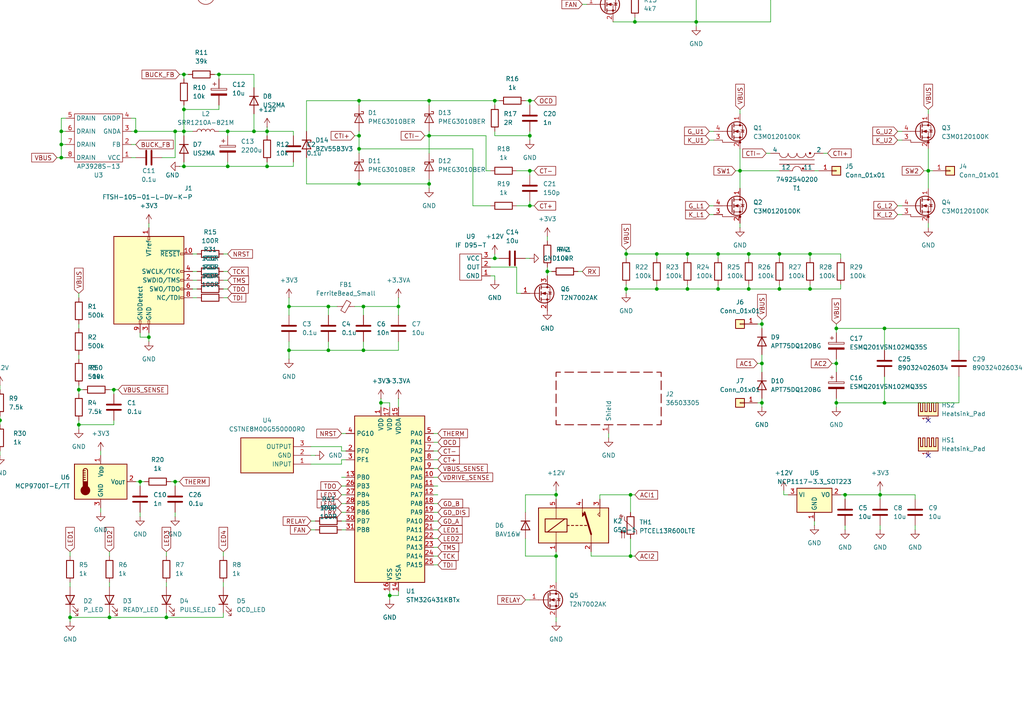
<source format=kicad_sch>
(kicad_sch (version 20250114) (generator "eeschema") (generator_version "9.0")
  (paper "A4")
  (junction (at 17.78 45.72))
  (junction (at 290.83 -100.33))
  (junction (at 214.63 49.53))
  (junction (at 354.33 67.31))
  (junction (at 365.76 -29.21))
  (junction (at 220.98 105.41))
  (junction (at 187.96 -78.74))
  (junction (at 220.98 93.98))
  (junction (at 104.14 53.34))
  (junction (at 95.25 101.6))
  (junction (at 233.68 -34.29))
  (junction (at 184.15 6.35))
  (junction (at 31.75 179.07))
  (junction (at 354.33 77.47))
  (junction (at 17.78 38.1))
  (junction (at 50.8 139.7))
  (junction (at 22.86 113.03))
  (junction (at 22.86 123.19))
  (junction (at 256.54 95.25))
  (junction (at 168.91 -100.33))
  (junction (at 181.61 83.82))
  (junction (at 359.41 67.31))
  (junction (at 311.15 -100.33))
  (junction (at 226.06 83.82))
  (junction (at 17.78 41.91))
  (junction (at 161.29 161.29))
  (junction (at 153.67 29.21))
  (junction (at 226.06 73.66))
  (junction (at 77.47 38.1))
  (junction (at 327.66 -29.21))
  (junction (at 302.26 -100.33))
  (junction (at 205.74 -29.21))
  (junction (at 208.28 73.66))
  (junction (at 124.46 53.34))
  (junction (at 53.34 48.26))
  (junction (at 327.66 -50.8))
  (junction (at 143.51 29.21))
  (junction (at 66.04 48.26))
  (junction (at 340.36 74.93))
  (junction (at 105.41 101.6))
  (junction (at 255.27 143.51))
  (junction (at 340.36 69.85))
  (junction (at 365.76 -50.8))
  (junction (at 95.25 88.9))
  (junction (at 242.57 116.84))
  (junction (at 355.6 -39.37))
  (junction (at 43.18 97.79))
  (junction (at 201.93 -15.24))
  (junction (at 309.88 -78.74))
  (junction (at 181.61 73.66))
  (junction (at 143.51 74.93))
  (junction (at 269.24 49.53))
  (junction (at 104.14 39.37))
  (junction (at 355.6 -34.29))
  (junction (at 208.28 83.82))
  (junction (at 40.64 139.7))
  (junction (at 181.61 -100.33))
  (junction (at 233.68 -55.88))
  (junction (at 104.14 43.18))
  (junction (at 53.34 38.1))
  (junction (at 199.39 73.66))
  (junction (at 220.98 116.84))
  (junction (at 234.95 73.66))
  (junction (at 181.61 -110.49))
  (junction (at 245.11 143.51))
  (junction (at 153.67 49.53))
  (junction (at 234.95 83.82))
  (junction (at 73.66 38.1))
  (junction (at 199.39 83.82))
  (junction (at 124.46 29.21))
  (junction (at 20.32 179.07))
  (junction (at 233.68 -60.96))
  (junction (at 48.26 179.07))
  (junction (at 110.49 116.84))
  (junction (at 242.57 95.25))
  (junction (at 153.67 59.69))
  (junction (at 243.84 -50.8))
  (junction (at 83.82 88.9))
  (junction (at 189.23 -100.33))
  (junction (at 77.47 48.26))
  (junction (at 279.4 -88.9))
  (junction (at 157.48 -88.9))
  (junction (at 153.67 39.37))
  (junction (at 205.74 -39.37))
  (junction (at 243.84 -34.29))
  (junction (at 365.76 -55.88))
  (junction (at 124.46 39.37))
  (junction (at 217.17 83.82))
  (junction (at 190.5 73.66))
  (junction (at 201.93 6.35))
  (junction (at 359.41 77.47))
  (junction (at 256.54 116.84))
  (junction (at 115.57 88.9))
  (junction (at 242.57 105.41))
  (junction (at 39.37 38.1))
  (junction (at 113.03 172.72))
  (junction (at 182.88 143.51))
  (junction (at 182.88 161.29))
  (junction (at 327.66 -60.96))
  (junction (at 205.74 -50.8))
  (junction (at 302.26 -110.49))
  (junction (at 161.29 143.51))
  (junction (at 53.34 21.59))
  (junction (at 243.84 -29.21))
  (junction (at 105.41 88.9))
  (junction (at 50.8 38.1))
  (junction (at 0 121.92))
  (junction (at 217.17 73.66))
  (junction (at 365.76 -34.29))
  (junction (at 205.74 -60.96))
  (junction (at 33.02 113.03))
  (junction (at 184.15 -3.81))
  (junction (at 190.5 83.82))
  (junction (at 63.5 21.59))
  (junction (at 233.68 -39.37))
  (junction (at 243.84 -55.88))
  (junction (at 355.6 -55.88))
  (junction (at 83.82 101.6))
  (junction (at 355.6 -60.96))
  (junction (at 66.04 38.1))
  (junction (at 327.66 -39.37))
  (junction (at 158.75 78.74))
  (junction (at 53.34 31.75))
  (junction (at 104.14 29.21))
  (no_connect (at 60.96 -12.7))
  (no_connect (at 60.96 -25.4))
  (no_connect (at 60.96 -38.1))
  (no_connect (at 269.24 121.92))
  (no_connect (at 269.24 132.08))
  (no_connect (at 60.96 -31.75))
  (no_connect (at 60.96 -19.05))
  (wire (pts (xy 90.17 151.13) (xy 91.44 151.13)))
  (wire (pts (xy 219.71 105.41) (xy 220.98 105.41)))
  (wire (pts (xy 309.88 -88.9) (xy 309.88 -86.36)))
  (wire (pts (xy 223.52 0) (xy 223.52 6.35)))
  (wire (pts (xy 66.04 46.99) (xy 66.04 48.26)))
  (wire (pts (xy 40.64 97.79) (xy 43.18 97.79)))
  (wire (pts (xy 302.26 -110.49) (xy 311.15 -110.49)))
  (wire (pts (xy 355.6 -60.96) (xy 367.03 -60.96)))
  (wire (pts (xy 205.74 62.23) (xy 207.01 62.23)))
  (wire (pts (xy 20.32 179.07) (xy 20.32 180.34)))
  (wire (pts (xy 265.43 152.4) (xy 265.43 153.67)))
  (wire (pts (xy 53.34 21.59) (xy 54.61 21.59)))
  (wire (pts (xy 278.13 -88.9) (xy 279.4 -88.9)))
  (wire (pts (xy 243.84 82.55) (xy 243.84 83.82)))
  (wire (pts (xy 217.17 83.82) (xy 208.28 83.82)))
  (wire (pts (xy 124.46 39.37) (xy 124.46 44.45)))
  (wire (pts (xy 124.46 29.21) (xy 143.51 29.21)))
  (wire (pts (xy 356.87 -36.83) (xy 355.6 -36.83)))
  (wire (pts (xy 278.13 109.22) (xy 278.13 116.84)))
  (wire (pts (xy 88.9 38.1) (xy 88.9 29.21)))
  (wire (pts (xy 161.29 160.02) (xy 161.29 161.29)))
  (wire (pts (xy 20.32 177.8) (xy 20.32 179.07)))
  (wire (pts (xy 184.15 6.35) (xy 201.93 6.35)))
  (wire (pts (xy -10.16 121.92) (xy -8.89 121.92)))
  (wire (pts (xy 64.77 -2.54) (xy 64.77 -1.27)))
  (wire (pts (xy 205.74 -30.48) (xy 205.74 -29.21)))
  (wire (pts (xy 233.68 -55.88) (xy 233.68 -53.34)))
  (wire (pts (xy 153.67 59.69) (xy 154.94 59.69)))
  (wire (pts (xy 232.41 -78.74) (xy 234.95 -78.74)))
  (wire (pts (xy 182.88 161.29) (xy 182.88 156.21)))
  (wire (pts (xy 0 121.92) (xy 0 123.19)))
  (wire (pts (xy 232.41 -50.8) (xy 243.84 -50.8)))
  (wire (pts (xy 53.34 46.99) (xy 53.34 48.26)))
  (wire (pts (xy 243.84 -29.21) (xy 245.11 -29.21)))
  (wire (pts (xy 85.09 39.37) (xy 85.09 38.1)))
  (wire (pts (xy 161.29 161.29) (xy 161.29 168.91)))
  (wire (pts (xy 242.57 -58.42) (xy 243.84 -58.42)))
  (wire (pts (xy 355.6 -55.88) (xy 365.76 -55.88)))
  (wire (pts (xy 290.83 -101.6) (xy 290.83 -100.33)))
  (wire (pts (xy 168.91 -78.74) (xy 168.91 -77.47)))
  (wire (pts (xy 152.4 74.93) (xy 153.67 74.93)))
  (wire (pts (xy 104.14 43.18) (xy 137.16 43.18)))
  (wire (pts (xy 177.8 -3.81) (xy 184.15 -3.81)))
  (wire (pts (xy 226.06 82.55) (xy 226.06 83.82)))
  (wire (pts (xy 181.61 73.66) (xy 190.5 73.66)))
  (wire (pts (xy 243.84 83.82) (xy 234.95 83.82)))
  (wire (pts (xy 40.64 140.97) (xy 40.64 139.7)))
  (wire (pts (xy 168.91 1.27) (xy 170.18 1.27)))
  (wire (pts (xy 242.57 115.57) (xy 242.57 116.84)))
  (wire (pts (xy 124.46 29.21) (xy 124.46 30.48)))
  (wire (pts (xy 152.4 173.99) (xy 153.67 173.99)))
  (wire (pts (xy 83.82 101.6) (xy 83.82 99.06)))
  (wire (pts (xy 233.68 -60.96) (xy 245.11 -60.96)))
  (wire (pts (xy 354.33 67.31) (xy 354.33 68.58)))
  (wire (pts (xy 219.71 116.84) (xy 220.98 116.84)))
  (wire (pts (xy 359.41 67.31) (xy 354.33 67.31)))
  (wire (pts (xy -1.27 121.92) (xy 0 121.92)))
  (wire (pts (xy 149.86 85.09) (xy 149.86 77.47)))
  (wire (pts (xy 213.36 49.53) (xy 214.63 49.53)))
  (wire (pts (xy 73.66 33.02) (xy 73.66 38.1)))
  (wire (pts (xy 260.35 38.1) (xy 261.62 38.1)))
  (wire (pts (xy 125.73 143.51) (xy 127 143.51)))
  (wire (pts (xy 243.84 -31.75) (xy 243.84 -29.21)))
  (wire (pts (xy 217.17 74.93) (xy 217.17 73.66)))
  (wire (pts (xy 181.61 73.66) (xy 181.61 74.93)))
  (wire (pts (xy 327.66 -40.64) (xy 327.66 -39.37)))
  (wire (pts (xy 152.4 29.21) (xy 153.67 29.21)))
  (wire (pts (xy 290.83 -78.74) (xy 290.83 -77.47)))
  (wire (pts (xy 181.61 82.55) (xy 181.61 83.82)))
  (wire (pts (xy 326.39 67.31) (xy 326.39 68.58)))
  (wire (pts (xy 214.63 64.77) (xy 214.63 66.04)))
  (wire (pts (xy 205.74 40.64) (xy 207.01 40.64)))
  (wire (pts (xy 327.66 -50.8) (xy 328.93 -50.8)))
  (wire (pts (xy 124.46 53.34) (xy 124.46 54.61)))
  (wire (pts (xy 143.51 29.21) (xy 144.78 29.21)))
  (wire (pts (xy 279.4 -95.25) (xy 279.4 -88.9)))
  (wire (pts (xy 115.57 86.36) (xy 115.57 88.9)))
  (wire (pts (xy 19.05 45.72) (xy 17.78 45.72)))
  (wire (pts (xy 125.73 130.81) (xy 127 130.81)))
  (wire (pts (xy 269.24 43.18) (xy 269.24 49.53)))
  (wire (pts (xy 232.41 -60.96) (xy 233.68 -60.96)))
  (wire (pts (xy 186.69 -78.74) (xy 187.96 -78.74)))
  (wire (pts (xy 168.91 -100.33) (xy 181.61 -100.33)))
  (wire (pts (xy 189.23 -110.49) (xy 189.23 -109.22)))
  (wire (pts (xy 205.74 -60.96) (xy 205.74 -59.69)))
  (wire (pts (xy 125.73 161.29) (xy 127 161.29)))
  (wire (pts (xy 187.96 -76.2) (xy 198.12 -76.2)))
  (wire (pts (xy 242.57 -36.83) (xy 243.84 -36.83)))
  (wire (pts (xy 104.14 38.1) (xy 104.14 39.37)))
  (wire (pts (xy 232.41 -34.29) (xy 233.68 -34.29)))
  (wire (pts (xy 99.06 143.51) (xy 100.33 143.51)))
  (wire (pts (xy 19.05 34.29) (xy 17.78 34.29)))
  (wire (pts (xy 201.93 7.62) (xy 201.93 6.35)))
  (wire (pts (xy 125.73 140.97) (xy 127 140.97)))
  (wire (pts (xy 100.33 133.35) (xy 99.06 133.35)))
  (wire (pts (xy 49.53 139.7) (xy 50.8 139.7)))
  (wire (pts (xy 243.84 -53.34) (xy 243.84 -50.8)))
  (wire (pts (xy 99.06 125.73) (xy 100.33 125.73)))
  (wire (pts (xy 125.73 156.21) (xy 127 156.21)))
  (wire (pts (xy 115.57 99.06) (xy 115.57 101.6)))
  (wire (pts (xy 290.83 -99.06) (xy 290.83 -100.33)))
  (wire (pts (xy 17.78 41.91) (xy 17.78 38.1)))
  (wire (pts (xy 355.6 -60.96) (xy 355.6 -58.42)))
  (wire (pts (xy 95.25 88.9) (xy 97.79 88.9)))
  (wire (pts (xy 309.88 -86.36) (xy 320.04 -86.36)))
  (wire (pts (xy 55.88 86.36) (xy 57.15 86.36)))
  (wire (pts (xy 302.26 -101.6) (xy 302.26 -100.33)))
  (wire (pts (xy 99.06 133.35) (xy 99.06 134.62)))
  (wire (pts (xy 31.75 160.02) (xy 31.75 161.29)))
  (wire (pts (xy 90.17 132.08) (xy 91.44 132.08)))
  (wire (pts (xy 48.26 168.91) (xy 48.26 170.18)))
  (wire (pts (xy 290.83 -100.33) (xy 302.26 -100.33)))
  (wire (pts (xy 351.79 69.85) (xy 353.06 69.85)))
  (wire (pts (xy 240.03 44.45) (xy 238.76 44.45)))
  (wire (pts (xy 88.9 45.72) (xy 88.9 53.34)))
  (wire (pts (xy 168.91 -99.06) (xy 168.91 -100.33)))
  (wire (pts (xy 311.15 -110.49) (xy 311.15 -109.22)))
  (wire (pts (xy 143.51 73.66) (xy 143.51 74.93)))
  (wire (pts (xy 124.46 38.1) (xy 124.46 39.37)))
  (wire (pts (xy 309.88 -78.74) (xy 311.15 -78.74)))
  (wire (pts (xy 99.06 140.97) (xy 100.33 140.97)))
  (wire (pts (xy 152.4 148.59) (xy 152.4 143.51)))
  (wire (pts (xy 232.41 -55.88) (xy 233.68 -55.88)))
  (wire (pts (xy 278.13 101.6) (xy 278.13 95.25)))
  (wire (pts (xy 354.33 -39.37) (xy 355.6 -39.37)))
  (wire (pts (xy 0 111.76) (xy 0 113.03)))
  (wire (pts (xy 189.23 -101.6) (xy 189.23 -100.33)))
  (wire (pts (xy 182.88 143.51) (xy 184.15 143.51)))
  (wire (pts (xy 355.6 -31.75) (xy 355.6 -34.29)))
  (wire (pts (xy 83.82 91.44) (xy 83.82 88.9)))
  (wire (pts (xy 256.54 101.6) (xy 256.54 95.25)))
  (wire (pts (xy 95.25 91.44) (xy 95.25 88.9)))
  (wire (pts (xy 184.15 -3.81) (xy 184.15 -5.08)))
  (wire (pts (xy 143.51 74.93) (xy 144.78 74.93)))
  (wire (pts (xy 104.14 29.21) (xy 124.46 29.21)))
  (wire (pts (xy 269.24 49.53) (xy 270.51 49.53)))
  (wire (pts (xy 17.78 38.1) (xy 17.78 34.29)))
  (wire (pts (xy 64.77 81.28) (xy 66.04 81.28)))
  (wire (pts (xy 95.25 101.6) (xy 105.41 101.6)))
  (wire (pts (xy 99.06 134.62) (xy 90.17 134.62)))
  (wire (pts (xy 104.14 53.34) (xy 124.46 53.34)))
  (wire (pts (xy 223.52 44.45) (xy 222.25 44.45)))
  (wire (pts (xy 242.57 93.98) (xy 242.57 95.25)))
  (wire (pts (xy 33.02 113.03) (xy 34.29 113.03)))
  (wire (pts (xy 365.76 -31.75) (xy 365.76 -29.21)))
  (wire (pts (xy 234.95 74.93) (xy 234.95 73.66)))
  (wire (pts (xy 171.45 161.29) (xy 182.88 161.29)))
  (wire (pts (xy 345.44 -81.28) (xy 346.71 -81.28)))
  (wire (pts (xy 137.16 43.18) (xy 137.16 59.69)))
  (wire (pts (xy 242.57 104.14) (xy 242.57 105.41)))
  (wire (pts (xy 90.17 129.54) (xy 99.06 129.54)))
  (wire (pts (xy 187.96 -78.74) (xy 187.96 -76.2)))
  (wire (pts (xy 53.34 38.1) (xy 55.88 38.1)))
  (wire (pts (xy 40.64 139.7) (xy 41.91 139.7)))
  (wire (pts (xy 365.76 -50.8) (xy 367.03 -50.8)))
  (wire (pts (xy 309.88 -78.74) (xy 309.88 -76.2)))
  (wire (pts (xy 31.75 168.91) (xy 31.75 170.18)))
  (wire (pts (xy 327.66 -60.96) (xy 327.66 -62.23)))
  (wire (pts (xy 354.33 -29.21) (xy 365.76 -29.21)))
  (wire (pts (xy 77.47 48.26) (xy 85.09 48.26)))
  (wire (pts (xy 149.86 49.53) (xy 153.67 49.53)))
  (wire (pts (xy 177.8 6.35) (xy 184.15 6.35)))
  (wire (pts (xy 364.49 -36.83) (xy 365.76 -36.83)))
  (wire (pts (xy 105.41 88.9) (xy 105.41 91.44)))
  (wire (pts (xy 189.23 -100.33) (xy 196.85 -100.33)))
  (wire (pts (xy 327.66 -39.37) (xy 327.66 -38.1)))
  (wire (pts (xy 123.19 39.37) (xy 124.46 39.37)))
  (wire (pts (xy 113.03 118.11) (xy 113.03 116.84)))
  (wire (pts (xy 53.34 48.26) (xy 66.04 48.26)))
  (wire (pts (xy 125.73 125.73) (xy 127 125.73)))
  (wire (pts (xy 245.11 143.51) (xy 245.11 144.78)))
  (wire (pts (xy 124.46 52.07) (xy 124.46 53.34)))
  (wire (pts (xy 77.47 38.1) (xy 85.09 38.1)))
  (wire (pts (xy 279.4 -88.9) (xy 280.67 -88.9)))
  (wire (pts (xy 208.28 73.66) (xy 217.17 73.66)))
  (wire (pts (xy 220.98 93.98) (xy 220.98 95.25)))
  (wire (pts (xy 99.06 138.43) (xy 100.33 138.43)))
  (wire (pts (xy 234.95 -36.83) (xy 233.68 -36.83)))
  (wire (pts (xy 19.05 41.91) (xy 17.78 41.91)))
  (wire (pts (xy 340.36 59.69) (xy 340.36 60.96)))
  (wire (pts (xy 360.68 77.47) (xy 359.41 77.47)))
  (wire (pts (xy 236.22 151.13) (xy 236.22 152.4)))
  (wire (pts (xy 181.61 -110.49) (xy 181.61 -109.22)))
  (wire (pts (xy 223.52 -7.62) (xy 223.52 -15.24)))
  (wire (pts (xy 256.54 116.84) (xy 242.57 116.84)))
  (wire (pts (xy 184.15 -12.7) (xy 184.15 -15.24)))
  (wire (pts (xy 31.75 179.07) (xy 31.75 177.8)))
  (wire (pts (xy 149.86 59.69) (xy 153.67 59.69)))
  (wire (pts (xy 267.97 49.53) (xy 269.24 49.53)))
  (wire (pts (xy 234.95 -53.34) (xy 233.68 -53.34)))
  (wire (pts (xy 20.32 179.07) (xy 31.75 179.07)))
  (wire (pts (xy 353.06 67.31) (xy 354.33 67.31)))
  (wire (pts (xy 46.99 45.72) (xy 50.8 45.72)))
  (wire (pts (xy 152.4 143.51) (xy 161.29 143.51)))
  (wire (pts (xy 356.87 -31.75) (xy 355.6 -31.75)))
  (wire (pts (xy 17.78 45.72) (xy 17.78 41.91)))
  (wire (pts (xy 233.68 -55.88) (xy 243.84 -55.88)))
  (wire (pts (xy 48.26 160.02) (xy 48.26 161.29)))
  (wire (pts (xy 355.6 -93.98) (xy 354.33 -93.98)))
  (wire (pts (xy 365.76 -34.29) (xy 367.03 -34.29)))
  (wire (pts (xy 64.77 168.91) (xy 64.77 170.18)))
  (wire (pts (xy 48.26 179.07) (xy 64.77 179.07)))
  (wire (pts (xy 318.77 -78.74) (xy 320.04 -78.74)))
  (wire (pts (xy 105.41 101.6) (xy 115.57 101.6)))
  (wire (pts (xy 234.95 -58.42) (xy 233.68 -58.42)))
  (wire (pts (xy 353.06 69.85) (xy 353.06 67.31)))
  (wire (pts (xy 354.33 77.47) (xy 354.33 76.2)))
  (wire (pts (xy 22.86 121.92) (xy 22.86 123.19)))
  (wire (pts (xy 186.69 -88.9) (xy 198.12 -88.9)))
  (wire (pts (xy 327.66 73.66) (xy 327.66 82.55)))
  (wire (pts (xy 355.6 -55.88) (xy 355.6 -53.34)))
  (wire (pts (xy 115.57 91.44) (xy 115.57 88.9)))
  (wire (pts (xy 223.52 -76.2) (xy 224.79 -76.2)))
  (wire (pts (xy 245.11 143.51) (xy 255.27 143.51)))
  (wire (pts (xy 110.49 116.84) (xy 110.49 118.11)))
  (wire (pts (xy 157.48 -88.9) (xy 158.75 -88.9)))
  (wire (pts (xy 39.37 38.1) (xy 39.37 34.29)))
  (wire (pts (xy 278.13 95.25) (xy 256.54 95.25)))
  (wire (pts (xy 208.28 73.66) (xy 199.39 73.66)))
  (wire (pts (xy 223.52 -81.28) (xy 224.79 -81.28)))
  (wire (pts (xy 302.26 -100.33) (xy 311.15 -100.33)))
  (wire (pts (xy 53.34 22.86) (xy 53.34 21.59)))
  (wire (pts (xy 255.27 142.24) (xy 255.27 143.51)))
  (wire (pts (xy 328.93 74.93) (xy 328.93 80.01)))
  (wire (pts (xy 227.33 142.24) (xy 227.33 143.51)))
  (wire (pts (xy 199.39 83.82) (xy 190.5 83.82)))
  (wire (pts (xy 184.15 -15.24) (xy 201.93 -15.24)))
  (wire (pts (xy 365.76 -58.42) (xy 365.76 -55.88)))
  (wire (pts (xy 110.49 115.57) (xy 110.49 116.84)))
  (wire (pts (xy 179.07 -110.49) (xy 181.61 -110.49)))
  (wire (pts (xy 269.24 31.75) (xy 269.24 33.02)))
  (wire (pts (xy 318.77 -83.82) (xy 320.04 -83.82)))
  (wire (pts (xy 160.02 78.74) (xy 158.75 78.74)))
  (wire (pts (xy 39.37 34.29) (xy 38.1 34.29)))
  (wire (pts (xy 104.14 43.18) (xy 104.14 44.45)))
  (wire (pts (xy 345.44 -78.74) (xy 346.71 -78.74)))
  (wire (pts (xy 355.6 -34.29) (xy 365.76 -34.29)))
  (wire (pts (xy 85.09 46.99) (xy 85.09 48.26)))
  (wire (pts (xy 219.71 93.98) (xy 220.98 93.98)))
  (wire (pts (xy 50.8 45.72) (xy 50.8 38.1)))
  (wire (pts (xy 182.88 143.51) (xy 173.99 143.51)))
  (wire (pts (xy 66.04 38.1) (xy 66.04 39.37)))
  (wire (pts (xy 161.29 179.07) (xy 161.29 180.34)))
  (wire (pts (xy 43.18 97.79) (xy 43.18 96.52)))
  (wire (pts (xy 328.93 -60.96) (xy 327.66 -60.96)))
  (wire (pts (xy 153.67 29.21) (xy 153.67 30.48)))
  (wire (pts (xy 140.97 49.53) (xy 140.97 39.37)))
  (wire (pts (xy 214.63 49.53) (xy 226.06 49.53)))
  (wire (pts (xy 55.88 78.74) (xy 57.15 78.74)))
  (wire (pts (xy 83.82 86.36) (xy 83.82 88.9)))
  (wire (pts (xy 64.77 83.82) (xy 66.04 83.82)))
  (wire (pts (xy 39.37 38.1) (xy 50.8 38.1)))
  (wire (pts (xy 339.09 69.85) (xy 340.36 69.85)))
  (wire (pts (xy 205.74 -29.21) (xy 207.01 -29.21)))
  (wire (pts (xy 208.28 74.93) (xy 208.28 73.66)))
  (wire (pts (xy 205.74 -39.37) (xy 207.01 -39.37)))
  (wire (pts (xy 214.63 31.75) (xy 214.63 33.02)))
  (wire (pts (xy 217.17 82.55) (xy 217.17 83.82)))
  (wire (pts (xy 38.1 41.91) (xy 39.37 41.91)))
  (wire (pts (xy 20.32 160.02) (xy 20.32 161.29)))
  (wire (pts (xy 242.57 105.41) (xy 242.57 107.95)))
  (wire (pts (xy 0 130.81) (xy 0 132.08)))
  (wire (pts (xy 143.51 39.37) (xy 153.67 39.37)))
  (wire (pts (xy 177.8 -86.36) (xy 177.8 -68.58)))
  (wire (pts (xy 55.88 83.82) (xy 57.15 83.82)))
  (wire (pts (xy 309.88 -76.2) (xy 320.04 -76.2)))
  (wire (pts (xy 177.8 -68.58) (xy 157.48 -68.58)))
  (wire (pts (xy 53.34 31.75) (xy 63.5 31.75)))
  (wire (pts (xy 359.41 77.47) (xy 354.33 77.47)))
  (wire (pts (xy 181.61 -100.33) (xy 189.23 -100.33)))
  (wire (pts (xy 29.21 130.81) (xy 29.21 132.08)))
  (wire (pts (xy 260.35 40.64) (xy 261.62 40.64)))
  (wire (pts (xy 55.88 73.66) (xy 57.15 73.66)))
  (wire (pts (xy 149.86 85.09) (xy 151.13 85.09)))
  (wire (pts (xy 22.86 123.19) (xy 33.02 123.19)))
  (wire (pts (xy 190.5 73.66) (xy 199.39 73.66)))
  (wire (pts (xy 354.33 -55.88) (xy 355.6 -55.88)))
  (wire (pts (xy 243.84 -55.88) (xy 245.11 -55.88)))
  (wire (pts (xy 63.5 38.1) (xy 66.04 38.1)))
  (wire (pts (xy 64.77 177.8) (xy 64.77 179.07)))
  (wire (pts (xy 43.18 97.79) (xy 43.18 99.06)))
  (wire (pts (xy 99.06 151.13) (xy 100.33 151.13)))
  (wire (pts (xy 340.36 68.58) (xy 340.36 69.85)))
  (wire (pts (xy 233.68 -60.96) (xy 233.68 -58.42)))
  (wire (pts (xy 38.1 45.72) (xy 39.37 45.72)))
  (wire (pts (xy 318.77 -96.52) (xy 320.04 -96.52)))
  (wire (pts (xy 125.73 163.83) (xy 127 163.83)))
  (wire (pts (xy 187.96 -83.82) (xy 189.23 -83.82)))
  (wire (pts (xy 365.76 -29.21) (xy 367.03 -29.21)))
  (wire (pts (xy 158.75 77.47) (xy 158.75 78.74)))
  (wire (pts (xy 22.86 102.87) (xy 22.86 104.14)))
  (wire (pts (xy 196.85 -96.52) (xy 198.12 -96.52)))
  (wire (pts (xy 125.73 133.35) (xy 127 133.35)))
  (wire (pts (xy 29.21 147.32) (xy 29.21 148.59)))
  (wire (pts (xy 223.52 -93.98) (xy 224.79 -93.98)))
  (wire (pts (xy 326.39 -50.8) (xy 327.66 -50.8)))
  (wire (pts (xy 158.75 68.58) (xy 158.75 69.85)))
  (wire (pts (xy 31.75 179.07) (xy 48.26 179.07)))
  (wire (pts (xy 196.85 -83.82) (xy 198.12 -83.82)))
  (wire (pts (xy 50.8 139.7) (xy 50.8 140.97)))
  (wire (pts (xy 63.5 -1.27) (xy 64.77 -1.27)))
  (wire (pts (xy 201.93 -15.24) (xy 201.93 -13.97)))
  (wire (pts (xy 217.17 73.66) (xy 226.06 73.66)))
  (wire (pts (xy 115.57 88.9) (xy 105.41 88.9)))
  (wire (pts (xy 340.36 74.93) (xy 341.63 74.93)))
  (wire (pts (xy 22.86 113.03) (xy 22.86 114.3)))
  (wire (pts (xy 77.47 46.99) (xy 77.47 48.26)))
  (wire (pts (xy 220.98 105.41) (xy 220.98 107.95)))
  (wire (pts (xy 125.73 158.75) (xy 127 158.75)))
  (wire (pts (xy 143.51 80.01) (xy 143.51 81.28)))
  (wire (pts (xy 104.14 52.07) (xy 104.14 53.34)))
  (wire (pts (xy 38.1 38.1) (xy 39.37 38.1)))
  (wire (pts (xy 176.53 125.73) (xy 176.53 127)))
  (wire (pts (xy 88.9 53.34) (xy 104.14 53.34)))
  (wire (pts (xy 354.33 -34.29) (xy 355.6 -34.29)))
  (wire (pts (xy 153.67 49.53) (xy 154.94 49.53)))
  (wire (pts (xy 311.15 -100.33) (xy 318.77 -100.33)))
  (wire (pts (xy 359.41 76.2) (xy 359.41 77.47)))
  (wire (pts (xy 227.33 143.51) (xy 228.6 143.51)))
  (wire (pts (xy 181.61 83.82) (xy 181.61 85.09)))
  (wire (pts (xy 260.35 62.23) (xy 261.62 62.23)))
  (wire (pts (xy 40.64 96.52) (xy 40.64 97.79)))
  (wire (pts (xy 236.22 49.53) (xy 237.49 49.53)))
  (wire (pts (xy 201.93 -16.51) (xy 201.93 -15.24)))
  (wire (pts (xy 43.18 64.77) (xy 43.18 66.04)))
  (wire (pts (xy 113.03 172.72) (xy 115.57 172.72)))
  (wire (pts (xy 340.36 83.82) (xy 340.36 85.09)))
  (wire (pts (xy 161.29 143.51) (xy 161.29 144.78)))
  (wire (pts (xy 243.84 74.93) (xy 243.84 73.66)))
  (wire (pts (xy 364.49 -31.75) (xy 365.76 -31.75)))
  (wire (pts (xy 153.67 59.69) (xy 153.67 58.42)))
  (wire (pts (xy 355.6 -39.37) (xy 355.6 -36.83)))
  (wire (pts (xy 125.73 135.89) (xy 127 135.89)))
  (wire (pts (xy 17.78 45.72) (xy 16.51 45.72)))
  (wire (pts (xy 52.07 48.26) (xy 53.34 48.26)))
  (wire (pts (xy 115.57 172.72) (xy 115.57 171.45)))
  (wire (pts (xy 234.95 -31.75) (xy 233.68 -31.75)))
  (wire (pts (xy 125.73 138.43) (xy 127 138.43)))
  (wire (pts (xy 88.9 29.21) (xy 104.14 29.21)))
  (wire (pts (xy 256.54 109.22) (xy 256.54 116.84)))
  (wire (pts (xy 53.34 39.37) (xy 53.34 38.1)))
  (wire (pts (xy 365.76 -53.34) (xy 365.76 -50.8)))
  (wire (pts (xy 355.6 -39.37) (xy 367.03 -39.37)))
  (wire (pts (xy 50.8 38.1) (xy 53.34 38.1)))
  (wire (pts (xy 326.39 71.12) (xy 326.39 69.85)))
  (wire (pts (xy 309.88 -83.82) (xy 311.15 -83.82)))
  (wire (pts (xy 177.8 -86.36) (xy 198.12 -86.36)))
  (wire (pts (xy 99.06 153.67) (xy 100.33 153.67)))
  (wire (pts (xy 364.49 -58.42) (xy 365.76 -58.42)))
  (wire (pts (xy 327.66 -29.21) (xy 328.93 -29.21)))
  (wire (pts (xy 340.36 74.93) (xy 340.36 76.2)))
  (wire (pts (xy 269.24 -88.9) (xy 270.51 -88.9)))
  (wire (pts (xy 64.77 160.02) (xy 64.77 161.29)))
  (wire (pts (xy 302.26 -110.49) (xy 302.26 -109.22)))
  (wire (pts (xy 102.87 88.9) (xy 105.41 88.9)))
  (wire (pts (xy 205.74 38.1) (xy 207.01 38.1)))
  (wire (pts (xy 243.84 -58.42) (xy 243.84 -55.88)))
  (wire (pts (xy 364.49 -53.34) (xy 365.76 -53.34)))
  (wire (pts (xy 243.84 -34.29) (xy 245.11 -34.29)))
  (wire (pts (xy 345.44 -91.44) (xy 346.71 -91.44)))
  (wire (pts (xy 223.52 -91.44) (xy 224.79 -91.44)))
  (wire (pts (xy 63.5 21.59) (xy 73.66 21.59)))
  (wire (pts (xy 173.99 143.51) (xy 173.99 144.78)))
  (wire (pts (xy 64.77 86.36) (xy 66.04 86.36)))
  (wire (pts (xy 142.24 49.53) (xy 140.97 49.53)))
  (wire (pts (xy 52.07 21.59) (xy 53.34 21.59)))
  (wire (pts (xy 50.8 139.7) (xy 52.07 139.7)))
  (wire (pts (xy 269.24 49.53) (xy 269.24 54.61)))
  (wire (pts (xy 64.77 78.74) (xy 66.04 78.74)))
  (wire (pts (xy 171.45 160.02) (xy 171.45 161.29)))
  (wire (pts (xy 156.21 -88.9) (xy 157.48 -88.9)))
  (wire (pts (xy 265.43 144.78) (xy 265.43 143.51)))
  (wire (pts (xy 234.95 83.82) (xy 226.06 83.82)))
  (wire (pts (xy 181.61 83.82) (xy 190.5 83.82)))
  (wire (pts (xy 168.91 -101.6) (xy 168.91 -100.33)))
  (wire (pts (xy 260.35 59.69) (xy 261.62 59.69)))
  (wire (pts (xy 327.66 -30.48) (xy 327.66 -29.21)))
  (wire (pts (xy 181.61 -101.6) (xy 181.61 -100.33)))
  (wire (pts (xy 182.88 161.29) (xy 184.15 161.29)))
  (wire (pts (xy 269.24 64.77) (xy 269.24 66.04)))
  (wire (pts (xy 345.44 -96.52) (xy 346.71 -96.52)))
  (wire (pts (xy 325.12 68.58) (xy 326.39 68.58)))
  (wire (pts (xy 157.48 -68.58) (xy 157.48 -88.9)))
  (wire (pts (xy 223.52 -96.52) (xy 224.79 -96.52)))
  (wire (pts (xy 205.74 -39.37) (xy 205.74 -38.1)))
  (wire (pts (xy 153.67 29.21) (xy 154.94 29.21)))
  (wire (pts (xy 190.5 83.82) (xy 190.5 82.55)))
  (wire (pts (xy 354.33 -78.74) (xy 356.87 -78.74)))
  (wire (pts (xy 335.28 26.67) (xy 335.28 27.94)))
  (wire (pts (xy 204.47 -29.21) (xy 205.74 -29.21)))
  (wire (pts (xy 196.85 -100.33) (xy 196.85 -96.52)))
  (wire (pts (xy 184.15 5.08) (xy 184.15 6.35)))
  (wire (pts (xy 234.95 82.55) (xy 234.95 83.82)))
  (wire (pts (xy 223.52 -78.74) (xy 224.79 -78.74)))
  (wire (pts (xy 243.84 -50.8) (xy 245.11 -50.8)))
  (wire (pts (xy 242.57 -53.34) (xy 243.84 -53.34)))
  (wire (pts (xy 55.88 81.28) (xy 57.15 81.28)))
  (wire (pts (xy 83.82 101.6) (xy 83.82 104.14)))
  (wire (pts (xy 256.54 95.25) (xy 242.57 95.25)))
  (wire (pts (xy 90.17 153.67) (xy 91.44 153.67)))
  (wire (pts (xy 22.86 93.98) (xy 22.86 95.25)))
  (wire (pts (xy 233.68 -39.37) (xy 245.11 -39.37)))
  (wire (pts (xy 83.82 88.9) (xy 95.25 88.9)))
  (wire (pts (xy 205.74 -60.96) (xy 205.74 -62.23)))
  (wire (pts (xy 353.06 74.93) (xy 353.06 77.47)))
  (wire (pts (xy 33.02 114.3) (xy 33.02 113.03)))
  (wire (pts (xy 125.73 128.27) (xy 127 128.27)))
  (wire (pts (xy 233.68 -34.29) (xy 243.84 -34.29)))
  (wire (pts (xy 115.57 115.57) (xy 115.57 118.11)))
  (wire (pts (xy 232.41 -39.37) (xy 233.68 -39.37)))
  (wire (pts (xy 182.88 148.59) (xy 182.88 143.51)))
  (wire (pts (xy 40.64 148.59) (xy 40.64 149.86)))
  (wire (pts (xy 220.98 102.87) (xy 220.98 105.41)))
  (wire (pts (xy 110.49 116.84) (xy 113.03 116.84)))
  (wire (pts (xy 313.69 -88.9) (xy 320.04 -88.9)))
  (wire (pts (xy 33.02 121.92) (xy 33.02 123.19)))
  (wire (pts (xy 53.34 31.75) (xy 53.34 38.1)))
  (wire (pts (xy 242.57 -31.75) (xy 243.84 -31.75)))
  (wire (pts (xy 125.73 146.05) (xy 127 146.05)))
  (wire (pts (xy 22.86 123.19) (xy 22.86 124.46)))
  (wire (pts (xy 48.26 177.8) (xy 48.26 179.07)))
  (wire (pts (xy 140.97 39.37) (xy 124.46 39.37)))
  (wire (pts (xy 181.61 -110.49) (xy 189.23 -110.49)))
  (wire (pts (xy 208.28 82.55) (xy 208.28 83.82)))
  (wire (pts (xy 77.47 36.83) (xy 77.47 38.1)))
  (wire (pts (xy 142.24 74.93) (xy 143.51 74.93)))
  (wire (pts (xy 325.12 73.66) (xy 327.66 73.66)))
  (wire (pts (xy 207.01 -60.96) (xy 205.74 -60.96)))
  (wire (pts (xy 339.09 74.93) (xy 340.36 74.93)))
  (wire (pts (xy 242.57 95.25) (xy 242.57 96.52)))
  (wire (pts (xy 241.3 105.41) (xy 242.57 105.41)))
  (wire (pts (xy 187.96 -78.74) (xy 189.23 -78.74)))
  (wire (pts (xy 255.27 144.78) (xy 255.27 143.51)))
  (wire (pts (xy 354.33 -50.8) (xy 365.76 -50.8)))
  (wire (pts (xy 152.4 161.29) (xy 161.29 161.29)))
  (wire (pts (xy 356.87 -58.42) (xy 355.6 -58.42)))
  (wire (pts (xy 149.86 77.47) (xy 142.24 77.47)))
  (wire (pts (xy 31.75 113.03) (xy 33.02 113.03)))
  (wire (pts (xy 63.5 30.48) (xy 63.5 31.75)))
  (wire (pts (xy 0 120.65) (xy 0 121.92)))
  (wire (pts (xy 220.98 115.57) (xy 220.98 116.84)))
  (wire (pts (xy 20.32 168.91) (xy 20.32 170.18)))
  (wire (pts (xy 308.61 -88.9) (xy 309.88 -88.9)))
  (wire (pts (xy 99.06 130.81) (xy 100.33 130.81)))
  (wire (pts (xy 327.66 -39.37) (xy 328.93 -39.37)))
  (wire (pts (xy 181.61 72.39) (xy 181.61 73.66)))
  (wire (pts (xy 214.63 49.53) (xy 214.63 54.61)))
  (wire (pts (xy 313.69 -88.9) (xy 313.69 -95.25)))
  (wire (pts (xy 40.64 139.7) (xy 39.37 139.7)))
  (wire (pts (xy 62.23 21.59) (xy 63.5 21.59)))
  (wire (pts (xy 77.47 38.1) (xy 77.47 39.37)))
  (wire (pts (xy 104.14 30.48) (xy 104.14 29.21)))
  (wire (pts (xy 190.5 74.93) (xy 190.5 73.66)))
  (wire (pts (xy 233.68 -31.75) (xy 233.68 -34.29)))
  (wire (pts (xy 125.73 148.59) (xy 127 148.59)))
  (wire (pts (xy 199.39 74.93) (xy 199.39 73.66)))
  (wire (pts (xy 153.67 39.37) (xy 153.67 40.64)))
  (wire (pts (xy 326.39 -29.21) (xy 327.66 -29.21)))
  (wire (pts (xy 220.98 116.84) (xy 220.98 118.11)))
  (wire (pts (xy 99.06 146.05) (xy 100.33 146.05)))
  (wire (pts (xy 313.69 -95.25) (xy 279.4 -95.25)))
  (wire (pts (xy 226.06 83.82) (xy 217.17 83.82)))
  (wire (pts (xy 201.93 -1.27) (xy 201.93 6.35)))
  (wire (pts (xy 137.16 59.69) (xy 142.24 59.69)))
  (wire (pts (xy 365.76 -36.83) (xy 365.76 -34.29)))
  (wire (pts (xy 318.77 -100.33) (xy 318.77 -96.52)))
  (wire (pts (xy 152.4 156.21) (xy 152.4 161.29)))
  (wire (pts (xy 19.05 38.1) (xy 17.78 38.1)))
  (wire (pts (xy 226.06 73.66) (xy 234.95 73.66)))
  (wire (pts (xy 351.79 74.93) (xy 353.06 74.93)))
  (wire (pts (xy 143.51 29.21) (xy 143.51 30.48)))
  (wire (pts (xy 278.13 116.84) (xy 256.54 116.84)))
  (wire (pts (xy 161.29 142.24) (xy 161.29 143.51)))
  (wire (pts (xy 125.73 153.67) (xy 127 153.67)))
  (wire (pts (xy 208.28 83.82) (xy 199.39 83.82)))
  (wire (pts (xy 243.84 -36.83) (xy 243.84 -34.29)))
  (wire (pts (xy 113.03 172.72) (xy 113.03 173.99)))
  (wire (pts (xy 104.14 39.37) (xy 104.14 43.18)))
  (wire (pts (xy 325.12 71.12) (xy 326.39 71.12)))
  (wire (pts (xy 365.76 -55.88) (xy 367.03 -55.88)))
  (wire (pts (xy 64.77 73.66) (xy 66.04 73.66)))
  (wire (pts (xy 153.67 39.37) (xy 153.67 38.1)))
  (wire (pts (xy 99.06 148.59) (xy 100.33 148.59)))
  (wire (pts (xy 66.04 48.26) (xy 77.47 48.26)))
  (wire (pts (xy 311.15 -101.6) (xy 311.15 -100.33)))
  (wire (pts (xy 354.33 -60.96) (xy 355.6 -60.96)))
  (wire (pts (xy 158.75 78.74) (xy 158.75 80.01)))
  (wire (pts (xy 73.66 25.4) (xy 73.66 21.59)))
  (wire (pts (xy 205.74 -50.8) (xy 207.01 -50.8)))
  (wire (pts (xy 205.74 -52.07) (xy 205.74 -50.8)))
  (wire (pts (xy 335.28 6.35) (xy 335.28 7.62)))
  (wire (pts (xy 142.24 80.01) (xy 143.51 80.01)))
  (wire (pts (xy 265.43 143.51) (xy 255.27 143.51)))
  (wire (pts (xy 50.8 148.59) (xy 50.8 149.86)))
  (wire (pts (xy 308.61 -78.74) (xy 309.88 -78.74)))
  (wire (pts (xy 340.36 69.85) (xy 341.63 69.85)))
  (wire (pts (xy 199.39 82.55) (xy 199.39 83.82)))
  (wire (pts (xy 356.87 -53.34) (xy 355.6 -53.34)))
  (wire (pts (xy 102.87 39.37) (xy 104.14 39.37)))
  (wire (pts (xy 328.93 82.55) (xy 327.66 82.55)))
  (wire (pts (xy 326.39 69.85) (xy 328.93 69.85)))
  (wire (pts (xy 223.52 6.35) (xy 201.93 6.35)))
  (wire (pts (xy 196.85 -78.74) (xy 198.12 -78.74)))
  (wire (pts (xy 255.27 152.4) (xy 255.27 153.67)))
  (wire (pts (xy 167.64 78.74) (xy 168.91 78.74)))
  (wire (pts (xy 66.04 38.1) (xy 73.66 38.1)))
  (wire (pts (xy 360.68 67.31) (xy 359.41 67.31)))
  (wire (pts (xy 153.67 49.53) (xy 153.67 50.8)))
  (wire (pts (xy 223.52 -15.24) (xy 201.93 -15.24)))
  (wire (pts (xy 125.73 151.13) (xy 127 151.13)))
  (wire (pts (xy 232.41 -29.21) (xy 243.84 -29.21)))
  (wire (pts (xy 243.84 143.51) (xy 245.11 143.51)))
  (wire (pts (xy 205.74 -40.64) (xy 205.74 -39.37)))
  (wire (pts (xy 194.31 -3.81) (xy 184.15 -3.81)))
  (wire (pts (xy 53.34 30.48) (xy 53.34 31.75)))
  (wire (pts (xy 359.41 67.31) (xy 359.41 68.58)))
  (wire (pts (xy 245.11 152.4) (xy 245.11 153.67)))
  (wire (pts (xy 22.86 111.76) (xy 22.86 113.03)))
  (wire (pts (xy 327.66 -60.96) (xy 327.66 -59.69)))
  (wire (pts (xy 147.32 -88.9) (xy 148.59 -88.9)))
  (wire (pts (xy 95.25 99.06) (xy 95.25 101.6)))
  (wire (pts (xy 99.06 129.54) (xy 99.06 130.81)))
  (wire (pts (xy 298.45 -110.49) (xy 302.26 -110.49)))
  (wire (pts (xy 233.68 -39.37) (xy 233.68 -36.83)))
  (wire (pts (xy 234.95 73.66) (xy 243.84 73.66)))
  (wire (pts (xy 95.25 101.6) (xy 83.82 101.6)))
  (wire (pts (xy 346.71 -76.2) (xy 345.44 -76.2)))
  (wire (pts (xy 353.06 77.47) (xy 354.33 77.47)))
  (wire (pts (xy 63.5 21.59) (xy 63.5 22.86)))
  (wire (pts (xy 345.44 -93.98) (xy 346.71 -93.98)))
  (wire (pts (xy 226.06 74.93) (xy 226.06 73.66)))
  (wire (pts (xy 214.63 43.18) (xy 214.63 49.53)))
  (wire (pts (xy 105.41 99.06) (xy 105.41 101.6)))
  (wire (pts (xy 220.98 92.71) (xy 220.98 93.98)))
  (wire (pts (xy 113.03 171.45) (xy 113.03 172.72)))
  (wire (pts (xy 327.66 -52.07) (xy 327.66 -50.8)))
  (wire (pts (xy 184.15 -3.81) (xy 184.15 -2.54)))
  (wire (pts (xy 22.86 113.03) (xy 24.13 113.03)))
  (wire (pts (xy 233.68 -93.98) (xy 232.41 -93.98)))
  (wire (pts (xy 22.86 85.09) (xy 22.86 86.36)))
  (wire (pts (xy 242.57 116.84) (xy 242.57 118.11)))
  (wire (pts (xy 204.47 -50.8) (xy 205.74 -50.8)))
  (wire (pts (xy 205.74 59.69) (xy 207.01 59.69)))
  (wire (pts (xy 143.51 38.1) (xy 143.51 39.37)))
  (wire (pts (xy 73.66 38.1) (xy 77.47 38.1)))
  (wire (pts (xy 335.28 16.51) (xy 335.28 15.24)))
  (global_label "CT+" (shape input) (at 127 133.35 0) (property "Intersheetrefs" "${INTERSHEET_REFS}" (effects (hide yes))))
  (global_label "THERM" (shape input) (at 127 125.73 0) (property "Intersheetrefs" "${INTERSHEET_REFS}" (effects (hide yes))))
  (global_label "G_U2" (shape input) (at 260.35 38.1 180) (property "Intersheetrefs" "${INTERSHEET_REFS}" (effects (hide yes))))
  (global_label "K_U1" (shape input) (at 245.11 -55.88 0) (property "Intersheetrefs" "${INTERSHEET_REFS}" (effects (hide yes))))
  (global_label "GD_L1_+" (shape input) (at 245.11 -39.37 0) (property "Intersheetrefs" "${INTERSHEET_REFS}" (effects (hide yes))))
  (global_label "CTI+" (shape input) (at 102.87 39.37 180) (property "Intersheetrefs" "${INTERSHEET_REFS}" (effects (hide yes))))
  (global_label "SW1" (shape input) (at 213.36 49.53 180) (property "Intersheetrefs" "${INTERSHEET_REFS}" (effects (hide yes))))
  (global_label "CTI-" (shape input) (at 123.19 39.37 180) (property "Intersheetrefs" "${INTERSHEET_REFS}" (effects (hide yes))))
  (global_label "GD_U2_-" (shape input) (at 346.71 -76.2 0) (property "Intersheetrefs" "${INTERSHEET_REFS}" (effects (hide yes))))
  (global_label "G_U1" (shape input) (at 233.68 -93.98 0) (property "Intersheetrefs" "${INTERSHEET_REFS}" (effects (hide yes))))
  (global_label "K_L1" (shape input) (at 205.74 62.23 180) (property "Intersheetrefs" "${INTERSHEET_REFS}" (effects (hide yes))))
  (global_label "TCK" (shape input) (at 127 161.29 0) (property "Intersheetrefs" "${INTERSHEET_REFS}" (effects (hide yes))))
  (global_label "GD_U2_+" (shape input) (at 367.03 -60.96 0) (property "Intersheetrefs" "${INTERSHEET_REFS}" (effects (hide yes))))
  (global_label "G_L2" (shape input) (at 355.6 -93.98 0) (property "Intersheetrefs" "${INTERSHEET_REFS}" (effects (hide yes))))
  (global_label "K_U2" (shape input) (at 260.35 40.64 180) (property "Intersheetrefs" "${INTERSHEET_REFS}" (effects (hide yes))))
  (global_label "THERM" (shape input) (at 52.07 139.7 0) (property "Intersheetrefs" "${INTERSHEET_REFS}" (effects (hide yes))))
  (global_label "GD_A" (shape input) (at 127 151.13 0) (property "Intersheetrefs" "${INTERSHEET_REFS}" (effects (hide yes))))
  (global_label "RX" (shape input) (at 99.06 148.59 180) (property "Intersheetrefs" "${INTERSHEET_REFS}" (effects (hide yes))))
  (global_label "TDI" (shape input) (at 66.04 86.36 0) (property "Intersheetrefs" "${INTERSHEET_REFS}" (effects (hide yes))))
  (global_label "LED4" (shape input) (at 99.06 146.05 180) (property "Intersheetrefs" "${INTERSHEET_REFS}" (effects (hide yes))))
  (global_label "RX" (shape input) (at 168.91 78.74 0) (property "Intersheetrefs" "${INTERSHEET_REFS}" (effects (hide yes))))
  (global_label "G_U2" (shape input) (at 356.87 -78.74 0) (property "Intersheetrefs" "${INTERSHEET_REFS}" (effects (hide yes))))
  (global_label "GD_U1_+" (shape input) (at 224.79 -96.52 0) (property "Intersheetrefs" "${INTERSHEET_REFS}" (effects (hide yes))))
  (global_label "TMS" (shape input) (at 127 158.75 0) (property "Intersheetrefs" "${INTERSHEET_REFS}" (effects (hide yes))))
  (global_label "GD_L2_-" (shape input) (at 346.71 -91.44 0) (property "Intersheetrefs" "${INTERSHEET_REFS}" (effects (hide yes))))
  (global_label "LED3" (shape input) (at 48.26 160.02 90) (property "Intersheetrefs" "${INTERSHEET_REFS}" (effects (hide yes))))
  (global_label "ACI1" (shape input) (at 328.93 82.55 0) (property "Intersheetrefs" "${INTERSHEET_REFS}" (effects (hide yes))))
  (global_label "G_L1" (shape input) (at 205.74 59.69 180) (property "Intersheetrefs" "${INTERSHEET_REFS}" (effects (hide yes))))
  (global_label "TDI" (shape input) (at 127 163.83 0) (property "Intersheetrefs" "${INTERSHEET_REFS}" (effects (hide yes))))
  (global_label "GD_U1_+" (shape input) (at 245.11 -60.96 0) (property "Intersheetrefs" "${INTERSHEET_REFS}" (effects (hide yes))))
  (global_label "LED1" (shape input) (at 20.32 160.02 90) (property "Intersheetrefs" "${INTERSHEET_REFS}" (effects (hide yes))))
  (global_label "LED2" (shape input) (at 127 156.21 0) (property "Intersheetrefs" "${INTERSHEET_REFS}" (effects (hide yes))))
  (global_label "GD_L2_+" (shape input) (at 346.71 -96.52 0) (property "Intersheetrefs" "${INTERSHEET_REFS}" (effects (hide yes))))
  (global_label "GD_U2_+" (shape input) (at 346.71 -81.28 0) (property "Intersheetrefs" "${INTERSHEET_REFS}" (effects (hide yes))))
  (global_label "GD_DIS" (shape input) (at 187.96 -83.82 180) (property "Intersheetrefs" "${INTERSHEET_REFS}" (effects (hide yes))))
  (global_label "VDRIVE_SENSE" (shape input) (at -10.16 121.92 180) (property "Intersheetrefs" "${INTERSHEET_REFS}" (effects (hide yes))))
  (global_label "VBUS" (shape input) (at 181.61 72.39 90) (property "Intersheetrefs" "${INTERSHEET_REFS}" (effects (hide yes))))
  (global_label "CT-" (shape input) (at 127 130.81 0) (property "Intersheetrefs" "${INTERSHEET_REFS}" (effects (hide yes))))
  (global_label "VDRIVE_SENSE" (shape input) (at 127 138.43 0) (property "Intersheetrefs" "${INTERSHEET_REFS}" (effects (hide yes))))
  (global_label "CT-" (shape input) (at 154.94 49.53 0) (property "Intersheetrefs" "${INTERSHEET_REFS}" (effects (hide yes))))
  (global_label "VBUS_SENSE" (shape input) (at 34.29 113.03 0) (property "Intersheetrefs" "${INTERSHEET_REFS}" (effects (hide yes))))
  (global_label "NRST" (shape input) (at 99.06 125.73 180) (property "Intersheetrefs" "${INTERSHEET_REFS}" (effects (hide yes))))
  (global_label "VBUS" (shape input) (at 242.57 93.98 90) (property "Intersheetrefs" "${INTERSHEET_REFS}" (effects (hide yes))))
  (global_label "GD_L2_+" (shape input) (at 367.03 -39.37 0) (property "Intersheetrefs" "${INTERSHEET_REFS}" (effects (hide yes))))
  (global_label "GD_B" (shape input) (at 127 146.05 0) (property "Intersheetrefs" "${INTERSHEET_REFS}" (effects (hide yes))))
  (global_label "AC1" (shape input) (at 219.71 105.41 180) (property "Intersheetrefs" "${INTERSHEET_REFS}" (effects (hide yes))))
  (global_label "GD_DIS" (shape input) (at 127 148.59 0) (property "Intersheetrefs" "${INTERSHEET_REFS}" (effects (hide yes))))
  (global_label "BUCK_FB" (shape input) (at 39.37 41.91 0) (property "Intersheetrefs" "${INTERSHEET_REFS}" (effects (hide yes))))
  (global_label "AC2" (shape input) (at 241.3 105.41 180) (property "Intersheetrefs" "${INTERSHEET_REFS}" (effects (hide yes))))
  (global_label "OCD" (shape input) (at 154.94 29.21 0) (property "Intersheetrefs" "${INTERSHEET_REFS}" (effects (hide yes))))
  (global_label "GD_DIS" (shape input) (at 309.88 -83.82 180) (property "Intersheetrefs" "${INTERSHEET_REFS}" (effects (hide yes))))
  (global_label "K_U2" (shape input) (at 367.03 -55.88 0) (property "Intersheetrefs" "${INTERSHEET_REFS}" (effects (hide yes))))
  (global_label "GD_L2_-" (shape input) (at 367.03 -29.21 0) (property "Intersheetrefs" "${INTERSHEET_REFS}" (effects (hide yes))))
  (global_label "TCK" (shape input) (at 66.04 78.74 0) (property "Intersheetrefs" "${INTERSHEET_REFS}" (effects (hide yes))))
  (global_label "VBUS" (shape input) (at 269.24 31.75 90) (property "Intersheetrefs" "${INTERSHEET_REFS}" (effects (hide yes))))
  (global_label "GD_L1_-" (shape input) (at 245.11 -29.21 0) (property "Intersheetrefs" "${INTERSHEET_REFS}" (effects (hide yes))))
  (global_label "G_L2" (shape input) (at 260.35 59.69 180) (property "Intersheetrefs" "${INTERSHEET_REFS}" (effects (hide yes))))
  (global_label "G_U1" (shape input) (at 205.74 38.1 180) (property "Intersheetrefs" "${INTERSHEET_REFS}" (effects (hide yes))))
  (global_label "BUCK_FB" (shape input) (at 52.07 21.59 180) (property "Intersheetrefs" "${INTERSHEET_REFS}" (effects (hide yes))))
  (global_label "GD_L1_+" (shape input) (at 224.79 -81.28 0) (property "Intersheetrefs" "${INTERSHEET_REFS}" (effects (hide yes))))
  (global_label "CTI-" (shape input) (at 222.25 44.45 180) (property "Intersheetrefs" "${INTERSHEET_REFS}" (effects (hide yes))))
  (global_label "AC2" (shape input) (at 360.68 77.47 0) (property "Intersheetrefs" "${INTERSHEET_REFS}" (effects (hide yes))))
  (global_label "CT+" (shape input) (at 154.94 59.69 0) (property "Intersheetrefs" "${INTERSHEET_REFS}" (effects (hide yes))))
  (global_label "GD_L1_-" (shape input) (at 224.79 -76.2 0) (property "Intersheetrefs" "${INTERSHEET_REFS}" (effects (hide yes))))
  (global_label "FAN" (shape input) (at 168.91 1.27 180) (property "Intersheetrefs" "${INTERSHEET_REFS}" (effects (hide yes))))
  (global_label "GD_A" (shape input) (at 147.32 -88.9 180) (property "Intersheetrefs" "${INTERSHEET_REFS}" (effects (hide yes))))
  (global_label "SW2" (shape input) (at 267.97 49.53 180) (property "Intersheetrefs" "${INTERSHEET_REFS}" (effects (hide yes))))
  (global_label "RELAY" (shape input) (at 90.17 151.13 180) (property "Intersheetrefs" "${INTERSHEET_REFS}" (effects (hide yes))))
  (global_label "K_L2" (shape input) (at 367.03 -34.29 0) (property "Intersheetrefs" "${INTERSHEET_REFS}" (effects (hide yes))))
  (global_label "ACI1" (shape input) (at 184.15 143.51 0) (property "Intersheetrefs" "${INTERSHEET_REFS}" (effects (hide yes))))
  (global_label "VBUS" (shape input) (at 220.98 92.71 90) (property "Intersheetrefs" "${INTERSHEET_REFS}" (effects (hide yes))))
  (global_label "VBUS" (shape input) (at 335.28 6.35 90) (property "Intersheetrefs" "${INTERSHEET_REFS}" (effects (hide yes))))
  (global_label "LED1" (shape input) (at 127 153.67 0) (property "Intersheetrefs" "${INTERSHEET_REFS}" (effects (hide yes))))
  (global_label "TMS" (shape input) (at 66.04 81.28 0) (property "Intersheetrefs" "${INTERSHEET_REFS}" (effects (hide yes))))
  (global_label "LED3" (shape input) (at 99.06 143.51 180) (property "Intersheetrefs" "${INTERSHEET_REFS}" (effects (hide yes))))
  (global_label "G_L1" (shape input) (at 234.95 -78.74 0) (property "Intersheetrefs" "${INTERSHEET_REFS}" (effects (hide yes))))
  (global_label "FAN" (shape input) (at 90.17 153.67 180) (property "Intersheetrefs" "${INTERSHEET_REFS}" (effects (hide yes))))
  (global_label "GD_U1_-" (shape input) (at 245.11 -50.8 0) (property "Intersheetrefs" "${INTERSHEET_REFS}" (effects (hide yes))))
  (global_label "K_L1" (shape input) (at 245.11 -34.29 0) (property "Intersheetrefs" "${INTERSHEET_REFS}" (effects (hide yes))))
  (global_label "GD_U1_-" (shape input) (at 224.79 -91.44 0) (property "Intersheetrefs" "${INTERSHEET_REFS}" (effects (hide yes))))
  (global_label "NRST" (shape input) (at 66.04 73.66 0) (property "Intersheetrefs" "${INTERSHEET_REFS}" (effects (hide yes))))
  (global_label "ACI2" (shape input) (at 184.15 161.29 0) (property "Intersheetrefs" "${INTERSHEET_REFS}" (effects (hide yes))))
  (global_label "AC1" (shape input) (at 360.68 67.31 0) (property "Intersheetrefs" "${INTERSHEET_REFS}" (effects (hide yes))))
  (global_label "VBUS" (shape input) (at 22.86 85.09 90) (property "Intersheetrefs" "${INTERSHEET_REFS}" (effects (hide yes))))
  (global_label "TDO" (shape input) (at 66.04 83.82 0) (property "Intersheetrefs" "${INTERSHEET_REFS}" (effects (hide yes))))
  (global_label "GD_U2_-" (shape input) (at 367.03 -50.8 0) (property "Intersheetrefs" "${INTERSHEET_REFS}" (effects (hide yes))))
  (global_label "K_U1" (shape input) (at 205.74 40.64 180) (property "Intersheetrefs" "${INTERSHEET_REFS}" (effects (hide yes))))
  (global_label "GD_B" (shape input) (at 269.24 -88.9 180) (property "Intersheetrefs" "${INTERSHEET_REFS}" (effects (hide yes))))
  (global_label "RELAY" (shape input) (at 152.4 173.99 180) (property "Intersheetrefs" "${INTERSHEET_REFS}" (effects (hide yes))))
  (global_label "LED4" (shape input) (at 64.77 160.02 90) (property "Intersheetrefs" "${INTERSHEET_REFS}" (effects (hide yes))))
  (global_label "VBUS" (shape input) (at 16.51 45.72 180) (property "Intersheetrefs" "${INTERSHEET_REFS}" (effects (hide yes))))
  (global_label "ACI2" (shape input) (at 328.93 80.01 0) (property "Intersheetrefs" "${INTERSHEET_REFS}" (effects (hide yes))))
  (global_label "K_L2" (shape input) (at 260.35 62.23 180) (property "Intersheetrefs" "${INTERSHEET_REFS}" (effects (hide yes))))
  (global_label "CTI+" (shape input) (at 240.03 44.45 0) (property "Intersheetrefs" "${INTERSHEET_REFS}" (effects (hide yes))))
  (global_label "LED2" (shape input) (at 31.75 160.02 90) (property "Intersheetrefs" "${INTERSHEET_REFS}" (effects (hide yes))))
  (global_label "VBUS" (shape input) (at 214.63 31.75 90) (property "Intersheetrefs" "${INTERSHEET_REFS}" (effects (hide yes))))
  (global_label "TDO" (shape input) (at 99.06 140.97 180) (property "Intersheetrefs" "${INTERSHEET_REFS}" (effects (hide yes))))
  (global_label "VBUS_SENSE" (shape input) (at 127 135.89 0) (property "Intersheetrefs" "${INTERSHEET_REFS}" (effects (hide yes))))
  (global_label "OCD" (shape input) (at 127 128.27 0) (property "Intersheetrefs" "${INTERSHEET_REFS}" (effects (hide yes))))
  (symbol (lib_id "power:GND") (at 40.64 149.86 0) (unit 1)
    (property "Reference" "#PWR029" (effects (hide yes)))
    (property "Value" "GND" (at 40.64 154.94 0))
    (property "Description" "Power symbol creates a global label with name \"GND\" , ground" (effects (hide yes)))
  )
  (symbol (lib_id "power:GND") (at 236.22 152.4 0) (unit 1)
    (property "Reference" "#PWR019" (effects (hide yes)))
    (property "Value" "GND" (at 236.22 157.48 0))
    (property "Description" "Power symbol creates a global label with name \"GND\" , ground" (effects (hide yes)))
  )
  (symbol (lib_id "Transistor_FET:T2N7002AK") (at 156.21 85.09 0) (unit 1)
    (property "Reference" "Q6" (at 162.56 83.8199 0) (effects (justify left)))
    (property "Value" "T2N7002AK" (at 162.56 86.3599 0) (effects (justify left)))
    (property "Footprint" "Package_TO_SOT_SMD:SOT-23" (effects (hide yes)))
    (property "Datasheet" "https://toshiba.semicon-storage.com/info/docget.jsp?did=29712&prodName=T2N7002AK" (effects (hide yes)))
    (property "Description" "60V Vds, 0.2A Id, N-Channel MOSFET, SOT-23" (effects (hide yes)))
  )
  (symbol (lib_id "Device:C") (at 148.59 74.93 90) (unit 1)
    (property "Reference" "C14" (at 148.59 67.31 90))
    (property "Value" "10u" (at 148.59 69.85 90))
    (property "Footprint" "Capacitor_SMD:C_0805_2012Metric" (effects (hide yes)))
    (property "Description" "Unpolarized capacitor" (effects (hide yes)))
  )
  (symbol (lib_id "Device:R") (at 60.96 81.28 90) (unit 1)
    (property "Reference" "R32" (at 60.96 74.93 90))
    (property "Value" "100R" (at 60.96 77.47 90))
    (property "Footprint" "Resistor_SMD:R_0805_2012Metric" (effects (hide yes)))
    (property "Description" "Resistor" (effects (hide yes)))
  )
  (symbol (lib_id "Device:R") (at 146.05 59.69 90) (unit 1)
    (property "Reference" "R19" (at 146.05 53.34 90))
    (property "Value" "1k" (at 146.05 55.88 90))
    (property "Footprint" "Resistor_SMD:R_0805_2012Metric" (effects (hide yes)))
    (property "Description" "Resistor" (effects (hide yes)))
  )
  (symbol (lib_id "power:GND") (at 204.47 -29.21 270) (unit 1)
    (property "Reference" "#PWR068" (effects (hide yes)))
    (property "Value" "GND" (at 200.66 -29.2101 90) (effects (justify right)))
    (property "Description" "Power symbol creates a global label with name \"GND\" , ground" (effects (hide yes)))
  )
  (symbol (lib_id "Device:C") (at 181.61 -105.41 0) (unit 1)
    (property "Reference" "C47" (at 185.42 -106.6801 0) (effects (justify left)))
    (property "Value" "0.1u" (at 185.42 -104.1401 0) (effects (justify left)))
    (property "Footprint" "Capacitor_SMD:C_0805_2012Metric" (effects (hide yes)))
    (property "Description" "Unpolarized capacitor" (effects (hide yes)))
  )
  (symbol (lib_id "power:GND") (at 176.53 127 0) (unit 1)
    (property "Reference" "#PWR038" (effects (hide yes)))
    (property "Value" "GND" (at 176.53 132.08 0))
    (property "Description" "Power symbol creates a global label with name \"GND\" , ground" (effects (hide yes)))
  )
  (symbol (lib_id "Device:R") (at 22.86 99.06 0) (unit 1)
    (property "Reference" "R2" (at 25.4 97.7899 0) (effects (justify left)))
    (property "Value" "500k" (at 25.4 100.3299 0) (effects (justify left)))
    (property "Footprint" "Resistor_SMD:R_0805_2012Metric" (effects (hide yes)))
    (property "Description" "Resistor" (effects (hide yes)))
  )
  (symbol (lib_id "Device:R") (at 60.96 83.82 90) (unit 1)
    (property "Reference" "R33" (at 60.96 77.47 90))
    (property "Value" "100R" (at 60.96 80.01 90))
    (property "Footprint" "Resistor_SMD:R_0805_2012Metric" (effects (hide yes)))
    (property "Description" "Resistor" (effects (hide yes)))
  )
  (symbol (lib_id "Device:R") (at 158.75 73.66 180) (unit 1)
    (property "Reference" "R42" (at 161.29 72.3899 0) (effects (justify right)))
    (property "Value" "10k" (at 161.29 74.9299 0) (effects (justify right)))
    (property "Footprint" "Resistor_SMD:R_0805_2012Metric" (effects (hide yes)))
    (property "Description" "Resistor" (effects (hide yes)))
  )
  (symbol (lib_id "power:+3.3VA") (at 115.57 86.36 0) (unit 1)
    (property "Reference" "#PWR05" (effects (hide yes)))
    (property "Value" "+3.3VA" (at 115.57 81.28 0))
    (property "Description" "Power symbol creates a global label with name \"+3.3VA\"" (effects (hide yes)))
  )
  (symbol (lib_id "power:+12V") (at 143.51 73.66 0) (unit 1)
    (property "Reference" "#PWR032" (effects (hide yes)))
    (property "Value" "+12V" (at 143.51 68.58 0))
    (property "Description" "Power symbol creates a global label with name \"+12V\"" (effects (hide yes)))
  )
  (symbol (lib_id "power:GND") (at 214.63 66.04 0) (unit 1)
    (property "Reference" "#PWR011" (effects (hide yes)))
    (property "Value" "GND" (at 214.63 71.12 0))
    (property "Description" "Power symbol creates a global label with name \"GND\" , ground" (effects (hide yes)))
  )
  (symbol (lib_id "power:+12V") (at 201.93 -16.51 0) (unit 1)
    (property "Reference" "#PWR049" (effects (hide yes)))
    (property "Value" "+12V" (at 201.93 -21.59 0))
    (property "Description" "Power symbol creates a global label with name \"+12V\"" (effects (hide yes)))
  )
  (symbol (lib_id "power:GND") (at 201.93 7.62 0) (unit 1)
    (property "Reference" "#PWR047" (effects (hide yes)))
    (property "Value" "GND" (at 201.93 12.7 0))
    (property "Description" "Power symbol creates a global label with name \"GND\" , ground" (effects (hide yes)))
  )
  (symbol (lib_id "Driver_FET:UCC21520DW") (at 210.82 -86.36 0) (unit 1)
    (property "Reference" "U11" (at 210.82 -102.87 0))
    (property "Value" "UCC21520DW" (at 210.82 -100.33 0))
    (property "Footprint" "Package_SO:SOIC-16W_7.5x10.3mm_P1.27mm" (effects (hide yes)))
    (property "Datasheet" "http://www.ti.com/lit/ds/symlink/ucc21520.pdf" (effects (hide yes)))
    (property "Description" "Isolated Dual-Channel Gate Driver, Output Current 4.0/6.0A, 5.7kV Isolation, 8V UVLO, SOIC-16W" (effects (hide yes)))
  )
  (symbol (lib_id "Device:LED") (at 64.77 173.99 90) (unit 1)
    (property "Reference" "D5" (at 68.58 174.3074 90) (effects (justify right)))
    (property "Value" "OCD_LED" (at 68.58 176.8474 90) (effects (justify right)))
    (property "Footprint" "LED_SMD:LED_0805_2012Metric" (effects (hide yes)))
    (property "Description" "Light emitting diode" (effects (hide yes)))
    (property "Sim.Pins" "1=K 2=A" (effects (hide yes)))
  )
  (symbol (lib_id "power:GND") (at 50.8 149.86 0) (unit 1)
    (property "Reference" "#PWR054" (effects (hide yes)))
    (property "Value" "GND" (at 50.8 154.94 0))
    (property "Description" "Power symbol creates a global label with name \"GND\" , ground" (effects (hide yes)))
  )
  (symbol (lib_id "Device:R") (at 226.06 78.74 0) (unit 1)
    (property "Reference" "R27" (at 228.6 77.4699 0) (effects (justify left)))
    (property "Value" "100k" (at 228.6 80.0099 0) (effects (justify left)))
    (property "Footprint" "Resistor_SMD:R_2512_6332Metric" (effects (hide yes)))
    (property "Description" "Resistor" (effects (hide yes)))
  )
  (symbol (lib_id "Motor:Fan_CPU_4pin") (at 201.93 -6.35 0) (unit 1)
    (property "Reference" "M1" (at 207.01 -7.6201 0) (effects (justify left)))
    (property "Value" "Fan_CPU_4pin" (at 207.01 -5.0801 0) (effects (justify left)))
    (property "Footprint" "Connector:FanPinHeader_1x04_P2.54mm_Vertical" (effects (hide yes)))
    (property "Datasheet" "http://www.formfactors.org/developer%5Cspecs%5Crev1_2_public.pdf" (effects (hide yes)))
    (property "Description" "CPU Fan, tacho output, PWM input, 4-pin connector" (effects (hide yes)))
  )
  (symbol (lib_id "Device:C") (at 360.68 -53.34 90) (unit 1)
    (property "Reference" "C44" (at 360.68 -59.69 90))
    (property "Value" "22u" (at 360.68 -57.15 90))
    (property "Footprint" "Capacitor_SMD:C_1210_3225Metric" (effects (hide yes)))
    (property "Description" "Unpolarized capacitor" (effects (hide yes)))
  )
  (symbol (lib_id "Transistor_FET:T2N7002AK") (at 158.75 173.99 0) (unit 1)
    (property "Reference" "Q5" (at 165.1 172.7199 0) (effects (justify left)))
    (property "Value" "T2N7002AK" (at 165.1 175.2599 0) (effects (justify left)))
    (property "Footprint" "Package_TO_SOT_SMD:SOT-23" (effects (hide yes)))
    (property "Datasheet" "https://toshiba.semicon-storage.com/info/docget.jsp?did=29712&prodName=T2N7002AK" (effects (hide yes)))
    (property "Description" "60V Vds, 0.2A Id, N-Channel MOSFET, SOT-23" (effects (hide yes)))
  )
  (symbol (lib_id "Device:C") (at 245.11 148.59 0) (unit 1)
    (property "Reference" "C5" (at 248.92 147.3199 0) (effects (justify left)))
    (property "Value" "10u" (at 248.92 149.8599 0) (effects (justify left)))
    (property "Footprint" "Capacitor_SMD:C_0805_2012Metric" (effects (hide yes)))
    (property "Description" "Unpolarized capacitor" (effects (hide yes)))
  )
  (symbol (lib_id "Device:C") (at 360.68 -31.75 90) (unit 1)
    (property "Reference" "C46" (at 360.68 -38.1 90))
    (property "Value" "22u" (at 360.68 -35.56 90))
    (property "Footprint" "Capacitor_SMD:C_1210_3225Metric" (effects (hide yes)))
    (property "Description" "Unpolarized capacitor" (effects (hide yes)))
  )
  (symbol (lib_id "power:+12V") (at 77.47 36.83 0) (unit 1)
    (property "Reference" "#PWR025" (effects (hide yes)))
    (property "Value" "+12V" (at 77.47 31.75 0))
    (property "Description" "Power symbol creates a global label with name \"+12V\"" (effects (hide yes)))
  )
  (symbol (lib_id "power:+12V") (at 0 111.76 0) (unit 1)
    (property "Reference" "#PWR037" (effects (hide yes)))
    (property "Value" "+12V" (at 0 106.68 0))
    (property "Description" "Power symbol creates a global label with name \"+12V\"" (effects (hide yes)))
  )
  (symbol (lib_id "Device:R") (at 27.94 113.03 90) (unit 1)
    (property "Reference" "R50" (at 27.94 106.68 90))
    (property "Value" "1k" (at 27.94 109.22 90))
    (property "Footprint" "Resistor_SMD:R_0805_2012Metric" (effects (hide yes)))
    (property "Description" "Resistor" (effects (hide yes)))
  )
  (symbol (lib_id "power:+12V") (at 161.29 142.24 0) (unit 1)
    (property "Reference" "#PWR015" (effects (hide yes)))
    (property "Value" "+12V" (at 161.29 137.16 0))
    (property "Description" "Power symbol creates a global label with name \"+12V\"" (effects (hide yes)))
  )
  (symbol (lib_id "Device:R") (at 314.96 -78.74 90) (unit 1)
    (property "Reference" "R38" (at 314.96 -76.2 90))
    (property "Value" "R" (at 314.96 -73.66 90))
    (property "Footprint" "Resistor_SMD:R_0805_2012Metric" (effects (hide yes)))
    (property "Description" "Resistor" (effects (hide yes)))
  )
  (symbol (lib_id "Device:R") (at 314.96 -83.82 90) (unit 1)
    (property "Reference" "R47" (at 314.96 -90.17 90))
    (property "Value" "100R" (at 314.96 -87.63 90))
    (property "Footprint" "Resistor_SMD:R_0805_2012Metric" (effects (hide yes)))
    (property "Description" "Resistor" (effects (hide yes)))
  )
  (symbol (lib_id "Mechanical:MountingHole_Pad") (at 63.5 -19.05 270) (unit 1) (exclude_from_sim yes) (in_bom no)
    (property "Reference" "H6" (at 67.31 -20.3201 90) (effects (justify left)))
    (property "Value" "MountingHole_Pad" (at 67.31 -17.7801 90) (effects (justify left)))
    (property "Footprint" "MountingHole:MountingHole_4.3mm_M4_Pad_Via" (effects (hide yes)))
    (property "Description" "Mounting Hole with connection" (effects (hide yes)))
  )
  (symbol (lib_id "Device:Filter_EMI_CommonMode") (at 346.71 72.39 0) (unit 1)
    (property "Reference" "FL2" (at 342.519 67.31 0))
    (property "Value" "7448041502" (at 346.329 67.31 0))
    (property "Footprint" "Library:7448041502" (effects (hide yes)))
    (property "Description" "EMI 2-inductor common mode filter" (effects (hide yes)))
  )
  (symbol (lib_id "Relay:G5Q-1") (at 166.37 152.4 0) (unit 1)
    (property "Reference" "K2" (at 177.8 151.1299 0) (effects (justify left)))
    (property "Value" "G5Q-1" (at 177.8 153.6699 0) (effects (justify left)))
    (property "Footprint" "Relay_THT:Relay_SPDT_Omron-G5Q-1" (effects (hide yes)))
    (property "Datasheet" "https://www.omron.com/ecb/products/pdf/en-g5q.pdf" (effects (hide yes)))
    (property "Description" "Omron G5G relay, Miniature Single Pole, SPDT, 10A" (effects (hide yes)))
  )
  (symbol (lib_id "power:GND") (at 308.61 -78.74 270) (unit 1)
    (property "Reference" "#PWR072" (effects (hide yes)))
    (property "Value" "GND" (at 304.8 -78.7401 90) (effects (justify right)))
    (property "Description" "Power symbol creates a global label with name \"GND\" , ground" (effects (hide yes)))
  )
  (symbol (lib_id "Device:R") (at 152.4 -88.9 90) (unit 1)
    (property "Reference" "R45" (at 152.4 -95.25 90))
    (property "Value" "100R" (at 152.4 -92.71 90))
    (property "Footprint" "Resistor_SMD:R_0805_2012Metric" (effects (hide yes)))
    (property "Description" "Resistor" (effects (hide yes)))
  )
  (symbol (lib_id "Device:C") (at 153.67 34.29 0) (unit 1)
    (property "Reference" "C20" (at 157.48 33.0199 0) (effects (justify left)))
    (property "Value" "1n" (at 157.48 35.5599 0) (effects (justify left)))
    (property "Footprint" "Capacitor_SMD:C_0805_2012Metric" (effects (hide yes)))
    (property "Description" "Unpolarized capacitor" (effects (hide yes)))
  )
  (symbol (lib_id "Device:C") (at 340.36 64.77 0) (unit 1)
    (property "Reference" "C27" (at 344.17 63.4999 0) (effects (justify left)))
    (property "Value" "DE1E3RA222MA4BP01F" (at 344.17 66.0399 0) (effects (justify left)))
    (property "Footprint" "Library:DE1E3RA222MA4BP01F" (effects (hide yes)))
    (property "Description" "Unpolarized capacitor" (effects (hide yes)))
  )
  (symbol (lib_id "power:GND") (at 161.29 180.34 0) (unit 1)
    (property "Reference" "#PWR016" (effects (hide yes)))
    (property "Value" "GND" (at 161.29 185.42 0))
    (property "Description" "Power symbol creates a global label with name \"GND\" , ground" (effects (hide yes)))
  )
  (symbol (lib_id "power:Earth_Protective") (at 340.36 85.09 0) (unit 1)
    (property "Reference" "#PWR055" (effects (hide yes)))
    (property "Value" "Earth_Protective" (at 340.36 93.98 0))
    (property "Description" "Power symbol creates a global label with name \"Earth_Protective\"" (effects (hide yes)))
  )
  (symbol (lib_id "Device:RFShield_OnePiece") (at 176.53 115.57 0) (unit 1)
    (property "Reference" "J2" (at 193.04 114.2999 0) (effects (justify left)))
    (property "Value" "36503305" (at 193.04 116.8399 0) (effects (justify left)))
    (property "Footprint" "RF_Shielding:Wuerth_36503305_30x30mm" (effects (hide yes)))
    (property "Description" "One-piece EMI RF shielding cabinet" (effects (hide yes)))
  )
  (symbol (lib_id "Device:R") (at 60.96 86.36 90) (unit 1)
    (property "Reference" "R37" (at 60.96 80.01 90))
    (property "Value" "100R" (at 60.96 82.55 90))
    (property "Footprint" "Resistor_SMD:R_0805_2012Metric" (effects (hide yes)))
    (property "Description" "Resistor" (effects (hide yes)))
  )
  (symbol (lib_id "power:GND") (at 242.57 118.11 0) (unit 1)
    (property "Reference" "#PWR034" (effects (hide yes)))
    (property "Value" "GND" (at 242.57 123.19 0))
    (property "Description" "Power symbol creates a global label with name \"GND\" , ground" (effects (hide yes)))
  )
  (symbol (lib_id "Connector_Generic:Conn_01x01") (at 275.59 49.53 0) (unit 1)
    (property "Reference" "J4" (at 278.13 48.2599 0) (effects (justify left)))
    (property "Value" "Conn_01x01" (at 278.13 50.7999 0) (effects (justify left)))
    (property "Footprint" "Library:SPADE_726386-2" (effects (hide yes)))
    (property "Description" "Generic connector, single row, 01x01, script generated (kicad-library-utils/schlib/autogen/connector/)" (effects (hide yes)))
  )
  (symbol (lib_id "Mechanical:Heatsink_Pad") (at 269.24 129.54 0) (unit 1) (exclude_from_sim yes)
    (property "Reference" "HS1" (at 273.05 127.6349 0) (effects (justify left)))
    (property "Value" "Heatsink_Pad" (at 273.05 130.1749 0) (effects (justify left)))
    (property "Footprint" "Library:C40" (effects (hide yes)))
    (property "Description" "Heatsink with electrical connection, 1 pin" (effects (hide yes)))
  )
  (symbol (lib_id "Device:R") (at 184.15 -8.89 0) (unit 1)
    (property "Reference" "R14" (at 186.69 -10.1601 0) (effects (justify left)))
    (property "Value" "6k8" (at 186.69 -7.6201 0) (effects (justify left)))
    (property "Footprint" "Resistor_SMD:R_0805_2012Metric" (effects (hide yes)))
    (property "Description" "Resistor" (effects (hide yes)))
  )
  (symbol (lib_id "Device:LED") (at 20.32 173.99 90) (unit 1)
    (property "Reference" "D2" (at 24.13 174.3074 90) (effects (justify right)))
    (property "Value" "P_LED" (at 24.13 176.8474 90) (effects (justify right)))
    (property "Footprint" "LED_SMD:LED_0805_2012Metric" (effects (hide yes)))
    (property "Description" "Light emitting diode" (effects (hide yes)))
    (property "Sim.Pins" "1=K 2=A" (effects (hide yes)))
  )
  (symbol (lib_id "Device:R") (at 228.6 -93.98 90) (unit 1)
    (property "Reference" "R36" (at 228.6 -99.06 90))
    (property "Value" "R" (at 228.6 -96.52 90))
    (property "Footprint" "Resistor_SMD:R_0805_2012Metric" (effects (hide yes)))
    (property "Description" "Resistor" (effects (hide yes)))
  )
  (symbol (lib_id "Diode:BAV16W") (at 152.4 152.4 270) (unit 1)
    (property "Reference" "D6" (at 143.51 152.4 90) (effects (justify left)))
    (property "Value" "BAV16W" (at 143.51 154.94 90) (effects (justify left)))
    (property "Footprint" "Diode_SMD:D_SOD-123" (effects (hide yes)))
    (property "Datasheet" "https://www.diodes.com/assets/Datasheets/ds30086.pdf" (effects (hide yes)))
    (property "Description" "75V 0.15A Fast Switching Diode, SOD-123" (effects (hide yes)))
    (property "Sim.Device" "D" (effects (hide yes)))
    (property "Sim.Pins" "1=K 2=A" (effects (hide yes)))
  )
  (symbol (lib_id "Mechanical:MountingHole_Pad") (at 64.77 -5.08 0) (unit 1) (exclude_from_sim yes) (in_bom no)
    (property "Reference" "H4" (at 67.31 -7.6201 0) (effects (justify left)))
    (property "Value" "MountingHole_Pad" (at 67.31 -5.0801 0) (effects (justify left)))
    (property "Footprint" "MountingHole:MountingHole_4.3mm_M4_Pad_Via" (effects (hide yes)))
    (property "Description" "Mounting Hole with connection" (effects (hide yes)))
  )
  (symbol (lib_id "New_Library:MGJ1D121503VMC") (at 219.71 -55.88 0) (unit 1)
    (property "Reference" "U8" (at 219.71 -67.31 0))
    (property "Value" "MGJ1D121505VMC-R7" (at 219.71 -64.77 0))
    (property "Footprint" "Library:MGJ1V" (effects (hide yes)))
    (property "Datasheet" "https://power.murata.com/pub/data/power/ncl/kdc_mgj2.pdf" (effects (hide yes)))
    (property "Description" "5.2kVDC Isolated 1W Gate Drive, 12V Vin, +15V/-3V Vout" (effects (hide yes)))
  )
  (symbol (lib_id "Diode:PMEG3010BER") (at 124.46 34.29 270) (unit 1)
    (property "Reference" "D13" (at 127 32.7024 90) (effects (justify left)))
    (property "Value" "PMEG3010BER" (at 127 35.2424 90) (effects (justify left)))
    (property "Footprint" "Diode_SMD:Nexperia_CFP3_SOD-123W" (effects (hide yes)))
    (property "Datasheet" "https://assets.nexperia.com/documents/data-sheet/PMEG3010BER.pdf" (effects (hide yes)))
    (property "Description" "30V, 1A low Vf MEGA Schottky barrier rectifier, SOD-123W" (effects (hide yes)))
  )
  (symbol (lib_id "power:GND") (at 290.83 -77.47 0) (unit 1)
    (property "Reference" "#PWR077" (effects (hide yes)))
    (property "Value" "GND" (at 290.83 -71.12 0))
    (property "Description" "Power symbol creates a global label with name \"GND\" , ground" (effects (hide yes)))
  )
  (symbol (lib_id "Regulator_Linear:NCP1117-3.3_SOT223") (at 236.22 143.51 0) (unit 1)
    (property "Reference" "U5" (at 236.22 137.16 0))
    (property "Value" "NCP1117-3.3_SOT223" (at 236.22 139.7 0))
    (property "Footprint" "Package_TO_SOT_SMD:SOT-223-3_TabPin2" (effects (hide yes)))
    (property "Datasheet" "http://www.onsemi.com/pub_link/Collateral/NCP1117-D.PDF" (effects (hide yes)))
    (property "Description" "1A Low drop-out regulator, Fixed Output 3.3V, SOT-223" (effects (hide yes)))
  )
  (symbol (lib_id "Device:C") (at 223.52 -3.81 180) (unit 1)
    (property "Reference" "C48" (at 227.33 -5.0801 0) (effects (justify right)))
    (property "Value" "22u" (at 227.33 -2.5401 0) (effects (justify right)))
    (property "Footprint" "Capacitor_SMD:C_1210_3225Metric" (effects (hide yes)))
    (property "Description" "Unpolarized capacitor" (effects (hide yes)))
  )
  (symbol (lib_id "Device:C_Polarized") (at 63.5 26.67 0) (unit 1)
    (property "Reference" "C12" (at 67.31 24.5109 0) (effects (justify left)))
    (property "Value" "10u" (at 67.31 27.0509 0) (effects (justify left)))
    (property "Footprint" "Library:860010572002" (effects (hide yes)))
    (property "Description" "Polarized capacitor" (effects (hide yes)))
    (property "MPN" "860010572002" (effects (hide yes)))
  )
  (symbol (lib_id "Device:R") (at 163.83 78.74 90) (unit 1)
    (property "Reference" "R41" (at 163.83 72.39 90))
    (property "Value" "100R" (at 163.83 74.93 90))
    (property "Footprint" "Resistor_SMD:R_0805_2012Metric" (effects (hide yes)))
    (property "Description" "Resistor" (effects (hide yes)))
  )
  (symbol (lib_id "Transistor_FET:T2N7002AK") (at 175.26 1.27 0) (unit 1)
    (property "Reference" "Q7" (at 170.18 -8.89 0) (effects (justify left)))
    (property "Value" "T2N7002AK" (at 170.18 -6.35 0) (effects (justify left)))
    (property "Footprint" "Package_TO_SOT_SMD:SOT-23" (effects (hide yes)))
    (property "Datasheet" "https://toshiba.semicon-storage.com/info/docget.jsp?did=29712&prodName=T2N7002AK" (effects (hide yes)))
    (property "Description" "60V Vds, 0.2A Id, N-Channel MOSFET, SOT-23" (effects (hide yes)))
  )
  (symbol (lib_id "74xGxx:74LVC1G14") (at 295.91 -88.9 0) (unit 1)
    (property "Reference" "U7" (at 307.34 -95.3202 0))
    (property "Value" "74LVC1G14" (at 307.34 -92.7802 0))
    (property "Footprint" "Package_TO_SOT_SMD:SOT-23-5" (effects (hide yes)))
    (property "Datasheet" "https://www.ti.com/lit/sg/scyt129e/scyt129e.pdf" (effects (hide yes)))
    (property "Description" "Single Schmitt NOT Gate, Low-Voltage CMOS" (effects (hide yes)))
  )
  (symbol (lib_id "Device:R") (at 148.59 29.21 90) (unit 1)
    (property "Reference" "R16" (at 148.59 22.86 90))
    (property "Value" "1k" (at 148.59 25.4 90))
    (property "Footprint" "Resistor_SMD:R_0805_2012Metric" (effects (hide yes)))
    (property "Description" "Resistor" (effects (hide yes)))
  )
  (symbol (lib_id "power:+3V3") (at 255.27 142.24 0) (unit 1)
    (property "Reference" "#PWR024" (effects (hide yes)))
    (property "Value" "+3V3" (at 255.27 137.16 0))
    (property "Description" "Power symbol creates a global label with name \"+3V3\"" (effects (hide yes)))
  )
  (symbol (lib_id "power:GND") (at 153.67 40.64 0) (unit 1)
    (property "Reference" "#PWR044" (effects (hide yes)))
    (property "Value" "GND" (at 153.67 45.72 0))
    (property "Description" "Power symbol creates a global label with name \"GND\" , ground" (effects (hide yes)))
  )
  (symbol (lib_id "Mechanical:MountingHole_Pad") (at 63.5 -12.7 270) (unit 1) (exclude_from_sim yes) (in_bom no)
    (property "Reference" "H5" (at 67.31 -13.9701 90) (effects (justify left)))
    (property "Value" "MountingHole_Pad" (at 67.31 -11.4301 90) (effects (justify left)))
    (property "Footprint" "MountingHole:MountingHole_4.3mm_M4_Pad_Via" (effects (hide yes)))
    (property "Description" "Mounting Hole with connection" (effects (hide yes)))
  )
  (symbol (lib_id "Device:D") (at 220.98 99.06 270) (unit 1)
    (property "Reference" "D9" (at 223.52 97.7899 90) (effects (justify left)))
    (property "Value" "APT75DQ120BG" (at 223.52 100.3299 90) (effects (justify left)))
    (property "Footprint" "Package_TO_SOT_THT:TO-247-2_Vertical" (effects (hide yes)))
    (property "Description" "Diode" (effects (hide yes)))
    (property "Sim.Device" "D" (effects (hide yes)))
    (property "Sim.Pins" "1=K 2=A" (effects (hide yes)))
  )
  (symbol (lib_id "power:+12V") (at 205.74 -40.64 0) (unit 1)
    (property "Reference" "#PWR062" (effects (hide yes)))
    (property "Value" "+12V" (at 205.74 -45.72 0))
    (property "Description" "Power symbol creates a global label with name \"+12V\"" (effects (hide yes)))
  )
  (symbol (lib_id "Device:R") (at 22.86 107.95 0) (unit 1)
    (property "Reference" "R3" (at 25.4 106.6799 0) (effects (justify left)))
    (property "Value" "500k" (at 25.4 109.2199 0) (effects (justify left)))
    (property "Footprint" "Resistor_SMD:R_0805_2012Metric" (effects (hide yes)))
    (property "Description" "Resistor" (effects (hide yes)))
  )
  (symbol (lib_id "New_Library:CSTNE8M00G550000R0") (at 90.17 134.62 180) (unit 1)
    (property "Reference" "U4" (at 77.47 121.92 0))
    (property "Value" "CSTNE8M00G550000R0" (at 77.47 124.46 0))
    (property "Footprint" "Crystal:Resonator_SMD_Murata_CSTxExxV-3Pin_3.0x1.1mm" (effects (hide yes)))
    (property "Datasheet" "https://www.murata.com/products/productdata/8801159905310/SPEC-CSTNE8M00G550000R0.pdf" (effects (hide yes)))
    (property "Description" "Resonators 8.0000MHz 33pF SMD CHP Resntr" (effects (hide yes)))
    (property "Height" "1" (effects (hide yes)))
    (property "Mouser Part Number" "81-CSTNE8M00G550000R" (effects (hide yes)))
    (property "Mouser Price/Stock" "https://www.mouser.co.uk/ProductDetail/Murata-Electronics/CSTNE8M00G550000R0?qs=y6ZabgHbY%252BzeBq2Vg%2FdAYw%3D%3D" (effects (hide yes)))
    (property "Manufacturer_Name" "Murata Electronics" (effects (hide yes)))
    (property "Manufacturer_Part_Number" "CSTNE8M00G550000R0" (effects (hide yes)))
  )
  (symbol (lib_id "New_Library:IF-D95") (at 140.97 71.12 0) (unit 1)
    (property "Reference" "U9" (at 136.525 68.58 0))
    (property "Value" "IF D95-T" (at 136.525 71.12 0))
    (property "Footprint" "Library:IF-D95" (effects (hide yes)))
  )
  (symbol (lib_id "Device:R") (at 350.52 -93.98 90) (unit 1)
    (property "Reference" "R39" (at 350.52 -99.06 90))
    (property "Value" "R" (at 350.52 -96.52 90))
    (property "Footprint" "Resistor_SMD:R_0805_2012Metric" (effects (hide yes)))
    (property "Description" "Resistor" (effects (hide yes)))
  )
  (symbol (lib_id "Device:C") (at 205.74 -55.88 180) (unit 1)
    (property "Reference" "C38" (at 209.55 -57.1501 0) (effects (justify right)))
    (property "Value" "22u" (at 209.55 -54.6101 0) (effects (justify right)))
    (property "Footprint" "Capacitor_SMD:C_1210_3225Metric" (effects (hide yes)))
    (property "Description" "Unpolarized capacitor" (effects (hide yes)))
  )
  (symbol (lib_id "Device:C") (at 360.68 -36.83 90) (unit 1)
    (property "Reference" "C45" (at 360.68 -43.18 90))
    (property "Value" "22u" (at 360.68 -40.64 90))
    (property "Footprint" "Capacitor_SMD:C_1210_3225Metric" (effects (hide yes)))
    (property "Description" "Unpolarized capacitor" (effects (hide yes)))
  )
  (symbol (lib_id "Device:R") (at 95.25 153.67 90) (unit 1)
    (property "Reference" "R44" (at 95.25 147.32 90))
    (property "Value" "100R" (at 95.25 149.86 90))
    (property "Footprint" "Resistor_SMD:R_0805_2012Metric" (effects (hide yes)))
    (property "Description" "Resistor" (effects (hide yes)))
  )
  (symbol (lib_id "Transistor_FET:C3M0120100K") (at 212.09 38.1 0) (unit 1)
    (property "Reference" "Q1" (at 218.44 37.0966 0) (effects (justify left)))
    (property "Value" "C3M0120100K" (at 218.44 39.6366 0) (effects (justify left)))
    (property "Footprint" "Package_TO_SOT_THT:TO-247-4_Vertical" (effects (hide yes)))
    (property "Datasheet" "https://www.wolfspeed.com/media/downloads/962/C3M0120100K.pdf" (effects (hide yes)))
    (property "Description" "22A Id, 1000V Vds, 120mOhm, N-Channel SiC MOSFET, TO-247-4" (effects (hide yes)))
  )
  (symbol (lib_id "power:GND") (at 326.39 -29.21 270) (unit 1)
    (property "Reference" "#PWR075" (effects (hide yes)))
    (property "Value" "GND" (at 322.58 -29.2101 90) (effects (justify right)))
    (property "Description" "Power symbol creates a global label with name \"GND\" , ground" (effects (hide yes)))
  )
  (symbol (lib_id "Device:C") (at 327.66 -34.29 180) (unit 1)
    (property "Reference" "C42" (at 331.47 -35.5601 0) (effects (justify right)))
    (property "Value" "22u" (at 331.47 -33.0201 0) (effects (justify right)))
    (property "Footprint" "Capacitor_SMD:C_1210_3225Metric" (effects (hide yes)))
    (property "Description" "Unpolarized capacitor" (effects (hide yes)))
  )
  (symbol (lib_id "Device:R") (at 199.39 78.74 0) (unit 1)
    (property "Reference" "R24" (at 201.93 77.4699 0) (effects (justify left)))
    (property "Value" "100k" (at 201.93 80.0099 0) (effects (justify left)))
    (property "Footprint" "Resistor_SMD:R_2512_6332Metric" (effects (hide yes)))
    (property "Description" "Resistor" (effects (hide yes)))
  )
  (symbol (lib_id "Device:R") (at -5.08 121.92 90) (unit 1)
    (property "Reference" "R49" (at -5.08 115.57 90))
    (property "Value" "1k" (at -5.08 118.11 90))
    (property "Footprint" "Resistor_SMD:R_0805_2012Metric" (effects (hide yes)))
    (property "Description" "Resistor" (effects (hide yes)))
  )
  (symbol (lib_id "Device:Filter_EMI_CommonMode") (at 334.01 72.39 0) (unit 1)
    (property "Reference" "FL1" (at 333.629 64.77 0))
    (property "Value" "7448041502" (at 333.629 67.31 0))
    (property "Footprint" "Library:7448041502" (effects (hide yes)))
    (property "Description" "EMI 2-inductor common mode filter" (effects (hide yes)))
  )
  (symbol (lib_id "Device:R") (at 45.72 139.7 90) (unit 1)
    (property "Reference" "R20" (at 45.72 133.35 90))
    (property "Value" "1k" (at 45.72 135.89 90))
    (property "Footprint" "Resistor_SMD:R_0805_2012Metric" (effects (hide yes)))
    (property "Description" "Resistor" (effects (hide yes)))
  )
  (symbol (lib_id "power:+3V3") (at 158.75 68.58 0) (unit 1)
    (property "Reference" "#PWR018" (effects (hide yes)))
    (property "Value" "+3V3" (at 158.75 63.5 0))
    (property "Description" "Power symbol creates a global label with name \"+3V3\"" (effects (hide yes)))
  )
  (symbol (lib_id "power:GND") (at 186.69 -78.74 270) (unit 1)
    (property "Reference" "#PWR064" (effects (hide yes)))
    (property "Value" "GND" (at 182.88 -78.7401 90) (effects (justify right)))
    (property "Description" "Power symbol creates a global label with name \"GND\" , ground" (effects (hide yes)))
  )
  (symbol (lib_id "power:GND") (at 143.51 81.28 0) (unit 1)
    (property "Reference" "#PWR033" (effects (hide yes)))
    (property "Value" "GND" (at 143.51 86.36 0))
    (property "Description" "Power symbol creates a global label with name \"GND\" , ground" (effects (hide yes)))
  )
  (symbol (lib_id "power:Earth_Protective") (at 63.5 -1.27 270) (unit 1)
    (property "Reference" "#PWR053" (effects (hide yes)))
    (property "Value" "Earth_Protective" (at 55.88 -1.2701 90) (effects (justify right)))
    (property "Description" "Power symbol creates a global label with name \"Earth_Protective\"" (effects (hide yes)))
  )
  (symbol (lib_id "Device:C_Polarized") (at 242.57 100.33 0) (unit 1)
    (property "Reference" "C17" (at 246.38 98.1709 0) (effects (justify left)))
    (property "Value" "ESMQ201VSN102MQ35S" (at 246.38 100.7109 0) (effects (justify left)))
    (property "Footprint" "Library:ESMQ201VSN102MQ35S" (effects (hide yes)))
    (property "Description" "Polarized capacitor" (effects (hide yes)))
  )
  (symbol (lib_id "Mechanical:MountingHole_Pad") (at 63.5 -25.4 270) (unit 1) (exclude_from_sim yes) (in_bom no)
    (property "Reference" "H7" (at 67.31 -26.6701 90) (effects (justify left)))
    (property "Value" "MountingHole_Pad" (at 67.31 -24.1301 90) (effects (justify left)))
    (property "Footprint" "MountingHole:MountingHole_4.3mm_M4_Pad_Via" (effects (hide yes)))
    (property "Description" "Mounting Hole with connection" (effects (hide yes)))
  )
  (symbol (lib_id "Device:C") (at 33.02 118.11 0) (unit 1)
    (property "Reference" "C1" (at 36.83 116.8399 0) (effects (justify left)))
    (property "Value" "0.1u" (at 36.83 119.3799 0) (effects (justify left)))
    (property "Footprint" "Capacitor_SMD:C_0805_2012Metric" (effects (hide yes)))
    (property "Description" "Unpolarized capacitor" (effects (hide yes)))
  )
  (symbol (lib_id "New_Library:MGJ1D121503VMC") (at 341.63 -34.29 0) (unit 1)
    (property "Reference" "U16" (at 341.63 -45.72 0))
    (property "Value" "MGJ1D121505VMC-R7" (at 341.63 -43.18 0))
    (property "Footprint" "Library:MGJ1V" (effects (hide yes)))
    (property "Datasheet" "https://power.murata.com/pub/data/power/ncl/kdc_mgj2.pdf" (effects (hide yes)))
    (property "Description" "5.2kVDC Isolated 1W Gate Drive, 12V Vin, +15V/-3V Vout" (effects (hide yes)))
  )
  (symbol (lib_id "power:GND") (at 269.24 66.04 0) (unit 1)
    (property "Reference" "#PWR012" (effects (hide yes)))
    (property "Value" "GND" (at 269.24 71.12 0))
    (property "Description" "Power symbol creates a global label with name \"GND\" , ground" (effects (hide yes)))
  )
  (symbol (lib_id "Diode:PMEG3010BER") (at 104.14 34.29 270) (unit 1)
    (property "Reference" "D1" (at 106.68 32.7024 90) (effects (justify left)))
    (property "Value" "PMEG3010BER" (at 106.68 35.2424 90) (effects (justify left)))
    (property "Footprint" "Diode_SMD:Nexperia_CFP3_SOD-123W" (effects (hide yes)))
    (property "Datasheet" "https://assets.nexperia.com/documents/data-sheet/PMEG3010BER.pdf" (effects (hide yes)))
    (property "Description" "30V, 1A low Vf MEGA Schottky barrier rectifier, SOD-123W" (effects (hide yes)))
  )
  (symbol (lib_id "New_Library:703W-00_52") (at 314.96 71.12 180) (unit 1)
    (property "Reference" "J3" (at 313.69 60.96 0))
    (property "Value" "703W-00_52" (at 313.69 63.5 0))
    (property "Footprint" "Library:QUALTEK_703W-00_52" (effects (hide yes)))
    (property "PARTREV" "B" (effects (hide yes)))
    (property "STANDARD" "Manufacturer Recommendations" (effects (hide yes)))
    (property "MANUFACTURER" "Qualtek" (effects (hide yes)))
  )
  (symbol (lib_id "Device:C") (at 238.76 -58.42 90) (unit 1)
    (property "Reference" "C34" (at 238.76 -64.77 90))
    (property "Value" "22u" (at 238.76 -62.23 90))
    (property "Footprint" "Capacitor_SMD:C_1210_3225Metric" (effects (hide yes)))
    (property "Description" "Unpolarized capacitor" (effects (hide yes)))
  )
  (symbol (lib_id "power:+12V") (at 327.66 -62.23 0) (unit 1)
    (property "Reference" "#PWR063" (effects (hide yes)))
    (property "Value" "+12V" (at 327.66 -67.31 0))
    (property "Description" "Power symbol creates a global label with name \"+12V\"" (effects (hide yes)))
  )
  (symbol (lib_id "Diode:BZV55B3V3") (at 88.9 41.91 270) (unit 1)
    (property "Reference" "D14" (at 91.44 40.6399 90) (effects (justify left)))
    (property "Value" "BZV55B3V3" (at 91.44 43.1799 90) (effects (justify left)))
    (property "Footprint" "Diode_SMD:D_MiniMELF" (effects (hide yes)))
    (property "Datasheet" "https://assets.nexperia.com/documents/data-sheet/BZV55_SER.pdf" (effects (hide yes)))
    (property "Description" "3.3V, 500mW, 2%, Zener diode, MiniMELF" (effects (hide yes)))
  )
  (symbol (lib_id "Device:C") (at 256.54 105.41 0) (unit 1)
    (property "Reference" "C25" (at 260.35 104.1399 0) (effects (justify left)))
    (property "Value" "890324026034" (at 260.35 106.6799 0) (effects (justify left)))
    (property "Footprint" "Library:890324026034" (effects (hide yes)))
    (property "Description" "Unpolarized capacitor" (effects (hide yes)))
  )
  (symbol (lib_id "Device:R") (at 58.42 21.59 90) (unit 1)
    (property "Reference" "R11" (at 58.42 15.24 90))
    (property "Value" "39k" (at 58.42 17.78 90))
    (property "Footprint" "Resistor_SMD:R_0805_2012Metric" (effects (hide yes)))
    (property "Description" "Resistor" (effects (hide yes)))
  )
  (symbol (lib_id "power:GND") (at 179.07 -110.49 270) (unit 1)
    (property "Reference" "#PWR069" (effects (hide yes)))
    (property "Value" "GND" (at 175.26 -110.4901 90) (effects (justify right)))
    (property "Description" "Power symbol creates a global label with name \"GND\" , ground" (effects (hide yes)))
  )
  (symbol (lib_id "Device:R") (at 274.32 -88.9 90) (unit 1)
    (property "Reference" "R48" (at 274.32 -95.25 90))
    (property "Value" "100R" (at 274.32 -92.71 90))
    (property "Footprint" "Resistor_SMD:R_0805_2012Metric" (effects (hide yes)))
    (property "Description" "Resistor" (effects (hide yes)))
  )
  (symbol (lib_id "Device:R") (at 190.5 78.74 0) (unit 1)
    (property "Reference" "R23" (at 193.04 77.4699 0) (effects (justify left)))
    (property "Value" "100k" (at 193.04 80.0099 0) (effects (justify left)))
    (property "Footprint" "Resistor_SMD:R_2512_6332Metric" (effects (hide yes)))
    (property "Description" "Resistor" (effects (hide yes)))
  )
  (symbol (lib_id "Transistor_FET:C3M0120100K") (at 266.7 59.69 0) (unit 1)
    (property "Reference" "Q4" (at 273.05 58.6866 0) (effects (justify left)))
    (property "Value" "C3M0120100K" (at 273.05 61.2266 0) (effects (justify left)))
    (property "Footprint" "Package_TO_SOT_THT:TO-247-4_Vertical" (effects (hide yes)))
    (property "Datasheet" "https://www.wolfspeed.com/media/downloads/962/C3M0120100K.pdf" (effects (hide yes)))
    (property "Description" "22A Id, 1000V Vds, 120mOhm, N-Channel SiC MOSFET, TO-247-4" (effects (hide yes)))
  )
  (symbol (lib_id "74xGxx:74LVC1G14") (at 173.99 -88.9 0) (unit 1)
    (property "Reference" "U2" (at 185.42 -95.3202 0))
    (property "Value" "74LVC1G14" (at 185.42 -92.7802 0))
    (property "Footprint" "Package_TO_SOT_SMD:SOT-23-5" (effects (hide yes)))
    (property "Datasheet" "https://www.ti.com/lit/sg/scyt129e/scyt129e.pdf" (effects (hide yes)))
    (property "Description" "Single Schmitt NOT Gate, Low-Voltage CMOS" (effects (hide yes)))
  )
  (symbol (lib_id "power:GND") (at 113.03 173.99 0) (unit 1)
    (property "Reference" "#PWR02" (effects (hide yes)))
    (property "Value" "GND" (at 113.03 179.07 0))
    (property "Description" "Power symbol creates a global label with name \"GND\" , ground" (effects (hide yes)))
  )
  (symbol (lib_id "Device:C") (at 238.76 -53.34 90) (unit 1)
    (property "Reference" "C35" (at 238.76 -59.69 90))
    (property "Value" "22u" (at 238.76 -57.15 90))
    (property "Footprint" "Capacitor_SMD:C_1210_3225Metric" (effects (hide yes)))
    (property "Description" "Unpolarized capacitor" (effects (hide yes)))
  )
  (symbol (lib_id "Sensor_Temperature:MCP9700Ax-ETT") (at 29.21 139.7 0) (unit 1)
    (property "Reference" "U6" (at 20.32 138.4299 0) (effects (justify right)))
    (property "Value" "MCP9700T-E/TT" (at 20.32 140.9699 0) (effects (justify right)))
    (property "Footprint" "Package_TO_SOT_SMD:SOT-23" (effects (hide yes)))
    (property "Datasheet" "http://ww1.microchip.com/downloads/en/devicedoc/20001942g.pdf" (effects (hide yes)))
    (property "Description" "Low power, analog thermistor temperature sensor, ±2C accuracy, -40C to +125C, in SOT-23-3" (effects (hide yes)))
  )
  (symbol (lib_id "power:GND") (at 158.75 90.17 0) (unit 1)
    (property "Reference" "#PWR035" (effects (hide yes)))
    (property "Value" "GND" (at 158.75 95.25 0))
    (property "Description" "Power symbol creates a global label with name \"GND\" , ground" (effects (hide yes)))
  )
  (symbol (lib_id "Device:FerriteBead_Small") (at 100.33 88.9 90) (unit 1)
    (property "Reference" "FB1" (at 100.2919 82.55 90))
    (property "Value" "FerriteBead_Small" (at 100.2919 85.09 90))
    (property "Footprint" "Inductor_SMD:L_0805_2012Metric" (effects (hide yes)))
    (property "Description" "Ferrite bead, small symbol" (effects (hide yes)))
  )
  (symbol (lib_id "Device:C") (at 238.76 -36.83 90) (unit 1)
    (property "Reference" "C36" (at 238.76 -43.18 90))
    (property "Value" "22u" (at 238.76 -40.64 90))
    (property "Footprint" "Capacitor_SMD:C_1210_3225Metric" (effects (hide yes)))
    (property "Description" "Unpolarized capacitor" (effects (hide yes)))
  )
  (symbol (lib_id "Device:R") (at 143.51 34.29 180) (unit 1)
    (property "Reference" "R17" (at 146.05 33.0199 0) (effects (justify right)))
    (property "Value" "2R" (at 146.05 35.5599 0) (effects (justify right)))
    (property "Footprint" "Resistor_SMD:R_2512_6332Metric" (effects (hide yes)))
    (property "Description" "Resistor" (effects (hide yes)))
  )
  (symbol (lib_id "Diode:US2MA") (at 53.34 43.18 270) (unit 1)
    (property "Reference" "D7" (at 55.88 41.9099 90) (effects (justify left)))
    (property "Value" "US2MA" (at 55.88 44.4499 90) (effects (justify left)))
    (property "Footprint" "Diode_SMD:D_SMA" (effects (hide yes)))
    (property "Datasheet" "https://www.onsemi.com/pub/Collateral/US2AA-D.PDF" (effects (hide yes)))
    (property "Description" "1000V, 1.5A, General Purpose Rectifier Diode, SMA(DO-214AC)" (effects (hide yes)))
    (property "Sim.Device" "D" (effects (hide yes)))
    (property "Sim.Pins" "1=K 2=A" (effects (hide yes)))
  )
  (symbol (lib_id "Device:C") (at 302.26 -105.41 0) (unit 1)
    (property "Reference" "C49" (at 306.07 -106.6801 0) (effects (justify left)))
    (property "Value" "0.1u" (at 306.07 -104.1401 0) (effects (justify left)))
    (property "Footprint" "Capacitor_SMD:C_0805_2012Metric" (effects (hide yes)))
    (property "Description" "Unpolarized capacitor" (effects (hide yes)))
  )
  (symbol (lib_id "power:GND") (at 29.21 148.59 0) (unit 1)
    (property "Reference" "#PWR027" (effects (hide yes)))
    (property "Value" "GND" (at 29.21 153.67 0))
    (property "Description" "Power symbol creates a global label with name \"GND\" , ground" (effects (hide yes)))
  )
  (symbol (lib_id "Mechanical:Heatsink_Pad") (at 269.24 119.38 0) (unit 1) (exclude_from_sim yes)
    (property "Reference" "HS2" (at 273.05 117.4749 0) (effects (justify left)))
    (property "Value" "Heatsink_Pad" (at 273.05 120.0149 0) (effects (justify left)))
    (property "Footprint" "Library:C40_Half" (effects (hide yes)))
    (property "Description" "Heatsink with electrical connection, 1 pin" (effects (hide yes)))
  )
  (symbol (lib_id "Transformer:CST2010") (at 231.14 44.45 180) (unit 1)
    (property "Reference" "T1" (at 231.14 54.61 0))
    (property "Value" "7492540200" (at 231.14 52.07 0))
    (property "Footprint" "Library:7492540200" (effects (hide yes)))
    (property "Datasheet" "https://www.coilcraft.com/pdfs/cst2010.pdf" (effects (hide yes)))
    (property "Description" "Coilcraft Current Sense Transformer, SMD, 40A, 1:20 to 1:200" (effects (hide yes)))
  )
  (symbol (lib_id "Device:C") (at 360.68 -58.42 90) (unit 1)
    (property "Reference" "C43" (at 360.68 -64.77 90))
    (property "Value" "22u" (at 360.68 -62.23 90))
    (property "Footprint" "Capacitor_SMD:C_1210_3225Metric" (effects (hide yes)))
    (property "Description" "Unpolarized capacitor" (effects (hide yes)))
  )
  (symbol (lib_id "Diode:PMEG3010BER") (at 104.14 48.26 270) (unit 1)
    (property "Reference" "D11" (at 106.68 46.6724 90) (effects (justify left)))
    (property "Value" "PMEG3010BER" (at 106.68 49.2124 90) (effects (justify left)))
    (property "Footprint" "Diode_SMD:Nexperia_CFP3_SOD-123W" (effects (hide yes)))
    (property "Datasheet" "https://assets.nexperia.com/documents/data-sheet/PMEG3010BER.pdf" (effects (hide yes)))
    (property "Description" "30V, 1A low Vf MEGA Schottky barrier rectifier, SOD-123W" (effects (hide yes)))
  )
  (symbol (lib_id "Device:R") (at 208.28 78.74 0) (unit 1)
    (property "Reference" "R25" (at 210.82 77.4699 0) (effects (justify left)))
    (property "Value" "100k" (at 210.82 80.0099 0) (effects (justify left)))
    (property "Footprint" "Resistor_SMD:R_2512_6332Metric" (effects (hide yes)))
    (property "Description" "Resistor" (effects (hide yes)))
  )
  (symbol (lib_id "power:+3V3") (at 43.18 64.77 0) (unit 1)
    (property "Reference" "#PWR09" (effects (hide yes)))
    (property "Value" "+3V3" (at 43.18 59.69 0))
    (property "Description" "Power symbol creates a global label with name \"+3V3\"" (effects (hide yes)))
  )
  (symbol (lib_id "Device:C") (at 340.36 80.01 0) (unit 1)
    (property "Reference" "C28" (at 344.17 78.7399 0) (effects (justify left)))
    (property "Value" "DE1E3RA222MA4BP01F" (at 344.17 81.2799 0) (effects (justify left)))
    (property "Footprint" "Library:DE1E3RA222MA4BP01F" (effects (hide yes)))
    (property "Description" "Unpolarized capacitor" (effects (hide yes)))
  )
  (symbol (lib_id "Device:C") (at 50.8 144.78 0) (unit 1)
    (property "Reference" "C26" (at 54.61 143.5099 0) (effects (justify left)))
    (property "Value" "0.1u" (at 54.61 146.0499 0) (effects (justify left)))
    (property "Footprint" "Capacitor_SMD:C_0805_2012Metric" (effects (hide yes)))
    (property "Description" "Unpolarized capacitor" (effects (hide yes)))
  )
  (symbol (lib_id "power:+12V") (at 205.74 -62.23 0) (unit 1)
    (property "Reference" "#PWR061" (effects (hide yes)))
    (property "Value" "+12V" (at 205.74 -67.31 0))
    (property "Description" "Power symbol creates a global label with name \"+12V\"" (effects (hide yes)))
  )
  (symbol (lib_id "power:+12V") (at 227.33 142.24 0) (unit 1)
    (property "Reference" "#PWR026" (effects (hide yes)))
    (property "Value" "+12V" (at 227.33 137.16 0))
    (property "Description" "Power symbol creates a global label with name \"+12V\"" (effects (hide yes)))
  )
  (symbol (lib_id "power:GND") (at 204.47 -50.8 270) (unit 1)
    (property "Reference" "#PWR067" (effects (hide yes)))
    (property "Value" "GND" (at 200.66 -50.8001 90) (effects (justify right)))
    (property "Description" "Power symbol creates a global label with name \"GND\" , ground" (effects (hide yes)))
  )
  (symbol (lib_id "power:+3V3") (at 83.82 86.36 0) (unit 1)
    (property "Reference" "#PWR06" (effects (hide yes)))
    (property "Value" "+3V3" (at 83.82 81.28 0))
    (property "Description" "Power symbol creates a global label with name \"+3V3\"" (effects (hide yes)))
  )
  (symbol (lib_id "Driver_FET:UCC21520DW") (at 332.74 -86.36 0) (unit 1)
    (property "Reference" "U14" (at 332.74 -102.87 0))
    (property "Value" "UCC21520DW" (at 332.74 -100.33 0))
    (property "Footprint" "Package_SO:SOIC-16W_7.5x10.3mm_P1.27mm" (effects (hide yes)))
    (property "Datasheet" "http://www.ti.com/lit/ds/symlink/ucc21520.pdf" (effects (hide yes)))
    (property "Description" "Isolated Dual-Channel Gate Driver, Output Current 4.0/6.0A, 5.7kV Isolation, 8V UVLO, SOIC-16W" (effects (hide yes)))
  )
  (symbol (lib_id "power:GND") (at 326.39 -50.8 270) (unit 1)
    (property "Reference" "#PWR074" (effects (hide yes)))
    (property "Value" "GND" (at 322.58 -50.8001 90) (effects (justify right)))
    (property "Description" "Power symbol creates a global label with name \"GND\" , ground" (effects (hide yes)))
  )
  (symbol (lib_id "New_Library:MGJ1D121503VMC") (at 341.63 -55.88 0) (unit 1)
    (property "Reference" "U15" (at 341.63 -67.31 0))
    (property "Value" "MGJ1D121505VMC-R7" (at 341.63 -64.77 0))
    (property "Footprint" "Library:MGJ1V" (effects (hide yes)))
    (property "Datasheet" "https://power.murata.com/pub/data/power/ncl/kdc_mgj2.pdf" (effects (hide yes)))
    (property "Description" "5.2kVDC Isolated 1W Gate Drive, 12V Vin, +15V/-3V Vout" (effects (hide yes)))
  )
  (symbol (lib_id "Device:R") (at 0 127 0) (unit 1)
    (property "Reference" "R30" (at 3.81 125.7299 0) (effects (justify left)))
    (property "Value" "1k" (at 3.81 128.2699 0) (effects (justify left)))
    (property "Footprint" "Resistor_SMD:R_0805_2012Metric" (effects (hide yes)))
    (property "Description" "Resistor" (effects (hide yes)))
  )
  (symbol (lib_id "Connector_Generic:Conn_01x01") (at 242.57 49.53 0) (unit 1)
    (property "Reference" "J5" (at 245.11 48.2599 0) (effects (justify left)))
    (property "Value" "Conn_01x01" (at 245.11 50.7999 0) (effects (justify left)))
    (property "Footprint" "Library:SPADE_726386-2" (effects (hide yes)))
    (property "Description" "Generic connector, single row, 01x01, script generated (kicad-library-utils/schlib/autogen/connector/)" (effects (hide yes)))
  )
  (symbol (lib_id "Transistor_FET:C3M0120100K") (at 212.09 59.69 0) (unit 1)
    (property "Reference" "Q2" (at 218.44 58.6866 0) (effects (justify left)))
    (property "Value" "C3M0120100K" (at 218.44 61.2266 0) (effects (justify left)))
    (property "Footprint" "Package_TO_SOT_THT:TO-247-4_Vertical" (effects (hide yes)))
    (property "Datasheet" "https://www.wolfspeed.com/media/downloads/962/C3M0120100K.pdf" (effects (hide yes)))
    (property "Description" "22A Id, 1000V Vds, 120mOhm, N-Channel SiC MOSFET, TO-247-4" (effects (hide yes)))
  )
  (symbol (lib_id "Device:R") (at 95.25 151.13 90) (unit 1)
    (property "Reference" "R43" (at 95.25 144.78 90))
    (property "Value" "100R" (at 95.25 147.32 90))
    (property "Footprint" "Resistor_SMD:R_0805_2012Metric" (effects (hide yes)))
    (property "Description" "Resistor" (effects (hide yes)))
  )
  (symbol (lib_id "Connector:Conn_ARM_JTAG_SWD_10") (at 43.18 81.28 0) (unit 1)
    (property "Reference" "J1" (at 55.88 54.61 0) (effects (justify right)))
    (property "Value" "FTSH-105-01-L-DV-K-P" (at 55.88 57.15 0) (effects (justify right)))
    (property "Footprint" "Connector_PinHeader_1.27mm:PinHeader_2x05_P1.27mm_Vertical_SMD" (effects (hide yes)))
    (property "Datasheet" "http://infocenter.arm.com/help/topic/com.arm.doc.ddi0314h/DDI0314H_coresight_components_trm.pdf" (effects (hide yes)))
    (property "Description" "Cortex Debug Connector, standard ARM Cortex-M SWD and JTAG interface" (effects (hide yes)))
  )
  (symbol (lib_id "Device:C") (at 311.15 -105.41 0) (unit 1)
    (property "Reference" "C40" (at 314.96 -106.6801 0) (effects (justify left)))
    (property "Value" "0.1u" (at 314.96 -104.1401 0) (effects (justify left)))
    (property "Footprint" "Capacitor_SMD:C_0805_2012Metric" (effects (hide yes)))
    (property "Description" "Unpolarized capacitor" (effects (hide yes)))
  )
  (symbol (lib_id "Device:C_Polarized") (at 66.04 43.18 0) (unit 1)
    (property "Reference" "C13" (at 69.85 41.0209 0) (effects (justify left)))
    (property "Value" "2200u" (at 69.85 43.5609 0) (effects (justify left)))
    (property "Footprint" "Library:2m2 25V 860010478021" (effects (hide yes)))
    (property "Description" "Polarized capacitor" (effects (hide yes)))
    (property "MPN" "860020575013" (effects (hide yes)))
  )
  (symbol (lib_id "power:GND") (at 335.28 27.94 0) (unit 1)
    (property "Reference" "#PWR059" (effects (hide yes)))
    (property "Value" "GND" (at 335.28 33.02 0))
    (property "Description" "Power symbol creates a global label with name \"GND\" , ground" (effects (hide yes)))
  )
  (symbol (lib_id "Device:LED") (at 31.75 173.99 90) (unit 1)
    (property "Reference" "D3" (at 35.56 174.3074 90) (effects (justify right)))
    (property "Value" "READY_LED" (at 35.56 176.8474 90) (effects (justify right)))
    (property "Footprint" "LED_SMD:LED_0805_2012Metric" (effects (hide yes)))
    (property "Description" "Light emitting diode" (effects (hide yes)))
    (property "Sim.Pins" "1=K 2=A" (effects (hide yes)))
  )
  (symbol (lib_id "Device:Lamp_Neon") (at 335.28 21.59 180) (unit 1)
    (property "Reference" "NE1" (at 331.47 22.8601 0) (effects (justify left)))
    (property "Value" "Lamp_Neon" (at 331.47 20.3201 0) (effects (justify left)))
    (property "Footprint" "Library:NEON-A1A" (effects (hide yes)))
    (property "Description" "Neon lamp" (effects (hide yes)))
  )
  (symbol (lib_id "power:GND") (at 52.07 48.26 270) (unit 1)
    (property "Reference" "#PWR030" (effects (hide yes)))
    (property "Value" "GND" (at 52.07 50.8 90) (effects (justify right)))
    (property "Description" "Power symbol creates a global label with name \"GND\" , ground" (effects (hide yes)))
  )
  (symbol (lib_id "power:GND") (at 91.44 132.08 90) (unit 1)
    (property "Reference" "#PWR01" (effects (hide yes)))
    (property "Value" "GND" (at 95.25 132.0799 90) (effects (justify right)))
    (property "Description" "Power symbol creates a global label with name \"GND\" , ground" (effects (hide yes)))
  )
  (symbol (lib_id "Device:C") (at 327.66 -55.88 180) (unit 1)
    (property "Reference" "C41" (at 331.47 -57.1501 0) (effects (justify right)))
    (property "Value" "22u" (at 331.47 -54.6101 0) (effects (justify right)))
    (property "Footprint" "Capacitor_SMD:C_1210_3225Metric" (effects (hide yes)))
    (property "Description" "Unpolarized capacitor" (effects (hide yes)))
  )
  (symbol (lib_id "Device:R") (at 217.17 78.74 0) (unit 1)
    (property "Reference" "R26" (at 219.71 77.4699 0) (effects (justify left)))
    (property "Value" "100k" (at 219.71 80.0099 0) (effects (justify left)))
    (property "Footprint" "Resistor_SMD:R_2512_6332Metric" (effects (hide yes)))
    (property "Description" "Resistor" (effects (hide yes)))
  )
  (symbol (lib_id "Device:C") (at 95.25 95.25 0) (unit 1)
    (property "Reference" "C4" (at 99.06 93.9799 0) (effects (justify left)))
    (property "Value" "0.1u" (at 99.06 96.5199 0) (effects (justify left)))
    (property "Footprint" "Capacitor_SMD:C_0805_2012Metric" (effects (hide yes)))
    (property "Description" "Unpolarized capacitor" (effects (hide yes)))
  )
  (symbol (lib_id "Connector_Generic:Conn_01x01") (at 214.63 93.98 180) (unit 1)
    (property "Reference" "J6" (at 214.63 87.63 0))
    (property "Value" "Conn_01x01" (at 214.63 90.17 0))
    (property "Footprint" "Library:SPADE_726386-2" (effects (hide yes)))
    (property "Description" "Generic connector, single row, 01x01, script generated (kicad-library-utils/schlib/autogen/connector/)" (effects (hide yes)))
  )
  (symbol (lib_id "Device:C") (at 354.33 72.39 0) (unit 1)
    (property "Reference" "C22" (at 358.14 71.1199 0) (effects (justify left)))
    (property "Value" "890324026034" (at 358.14 73.6599 0) (effects (justify left)))
    (property "Footprint" "Library:890324026034" (effects (hide yes)))
    (property "Description" "Unpolarized capacitor" (effects (hide yes)))
  )
  (symbol (lib_id "New_Library:AP3928") (at 35.56 27.94 180) (unit 1)
    (property "Reference" "U3" (at 28.575 50.8 0))
    (property "Value" "AP3928S-13" (at 28.575 48.26 0))
    (property "Footprint" "Package_SO:SO-8_3.9x4.9mm_P1.27mm" (effects (hide yes)))
  )
  (symbol (lib_id "power:GND") (at 168.91 -77.47 0) (unit 1)
    (property "Reference" "#PWR065" (effects (hide yes)))
    (property "Value" "GND" (at 168.91 -71.12 0))
    (property "Description" "Power symbol creates a global label with name \"GND\" , ground" (effects (hide yes)))
  )
  (symbol (lib_id "Device:LED") (at 48.26 173.99 90) (unit 1)
    (property "Reference" "D4" (at 52.07 174.3074 90) (effects (justify right)))
    (property "Value" "PULSE_LED" (at 52.07 176.8474 90) (effects (justify right)))
    (property "Footprint" "LED_SMD:LED_0805_2012Metric" (effects (hide yes)))
    (property "Description" "Light emitting diode" (effects (hide yes)))
    (property "Sim.Pins" "1=K 2=A" (effects (hide yes)))
  )
  (symbol (lib_id "Device:R") (at 146.05 49.53 90) (unit 1)
    (property "Reference" "R18" (at 146.05 43.18 90))
    (property "Value" "1k" (at 146.05 45.72 90))
    (property "Footprint" "Resistor_SMD:R_0805_2012Metric" (effects (hide yes)))
    (property "Description" "Resistor" (effects (hide yes)))
  )
  (symbol (lib_id "power:GND") (at 0 132.08 0) (unit 1)
    (property "Reference" "#PWR017" (effects (hide yes)))
    (property "Value" "GND" (at 0 137.16 0))
    (property "Description" "Power symbol creates a global label with name \"GND\" , ground" (effects (hide yes)))
  )
  (symbol (lib_id "Device:C") (at 153.67 54.61 0) (unit 1)
    (property "Reference" "C21" (at 157.48 53.3399 0) (effects (justify left)))
    (property "Value" "150p" (at 157.48 55.8799 0) (effects (justify left)))
    (property "Footprint" "Capacitor_SMD:C_0805_2012Metric" (effects (hide yes)))
    (property "Description" "Unpolarized capacitor" (effects (hide yes)))
  )
  (symbol (lib_id "Device:C") (at 278.13 105.41 0) (unit 1)
    (property "Reference" "C29" (at 281.94 104.1399 0) (effects (justify left)))
    (property "Value" "890324026034" (at 281.94 106.6799 0) (effects (justify left)))
    (property "Footprint" "Library:890324026034" (effects (hide yes)))
    (property "Description" "Unpolarized capacitor" (effects (hide yes)))
  )
  (symbol (lib_id "Device:R") (at 31.75 165.1 0) (unit 1)
    (property "Reference" "R6" (at 34.29 163.8299 0) (effects (justify left)))
    (property "Value" "1k" (at 34.29 166.3699 0) (effects (justify left)))
    (property "Footprint" "Resistor_SMD:R_0805_2012Metric" (effects (hide yes)))
    (property "Description" "Resistor" (effects (hide yes)))
  )
  (symbol (lib_id "Device:R") (at 53.34 26.67 0) (unit 1)
    (property "Reference" "R10" (at 55.88 25.3999 0) (effects (justify left)))
    (property "Value" "10k" (at 55.88 27.9399 0) (effects (justify left)))
    (property "Footprint" "Resistor_SMD:R_0805_2012Metric" (effects (hide yes)))
    (property "Description" "Resistor" (effects (hide yes)))
  )
  (symbol (lib_id "power:+3V3") (at 29.21 130.81 0) (unit 1)
    (property "Reference" "#PWR028" (effects (hide yes)))
    (property "Value" "+3V3" (at 29.21 125.73 0))
    (property "Description" "Power symbol creates a global label with name \"+3V3\"" (effects (hide yes)))
  )
  (symbol (lib_id "Device:R") (at 181.61 78.74 0) (unit 1)
    (property "Reference" "R22" (at 184.15 77.4699 0) (effects (justify left)))
    (property "Value" "100k" (at 184.15 80.0099 0) (effects (justify left)))
    (property "Footprint" "Resistor_SMD:R_2512_6332Metric" (effects (hide yes)))
    (property "Description" "Resistor" (effects (hide yes)))
  )
  (symbol (lib_id "Diode:US2MA") (at 73.66 29.21 270) (unit 1)
    (property "Reference" "D8" (at 76.2 27.9399 90) (effects (justify left)))
    (property "Value" "US2MA" (at 76.2 30.4799 90) (effects (justify left)))
    (property "Footprint" "Diode_SMD:D_SMA" (effects (hide yes)))
    (property "Datasheet" "https://www.onsemi.com/pub/Collateral/US2AA-D.PDF" (effects (hide yes)))
    (property "Description" "1000V, 1.5A, General Purpose Rectifier Diode, SMA(DO-214AC)" (effects (hide yes)))
    (property "Sim.Device" "D" (effects (hide yes)))
    (property "Sim.Pins" "1=K 2=A" (effects (hide yes)))
  )
  (symbol (lib_id "Device:C") (at 40.64 144.78 0) (unit 1)
    (property "Reference" "C10" (at 44.45 143.5099 0) (effects (justify left)))
    (property "Value" "1n" (at 44.45 146.0499 0) (effects (justify left)))
    (property "Footprint" "Capacitor_SMD:C_0805_2012Metric" (effects (hide yes)))
    (property "Description" "Unpolarized capacitor" (effects (hide yes)))
  )
  (symbol (lib_id "Device:R") (at 193.04 -83.82 90) (unit 1)
    (property "Reference" "R46" (at 193.04 -90.17 90))
    (property "Value" "100R" (at 193.04 -87.63 90))
    (property "Footprint" "Resistor_SMD:R_0805_2012Metric" (effects (hide yes)))
    (property "Description" "Resistor" (effects (hide yes)))
  )
  (symbol (lib_id "power:GND") (at 43.18 99.06 0) (unit 1)
    (property "Reference" "#PWR010" (effects (hide yes)))
    (property "Value" "GND" (at 43.18 104.14 0))
    (property "Description" "Power symbol creates a global label with name \"GND\" , ground" (effects (hide yes)))
  )
  (symbol (lib_id "power:GND") (at 181.61 85.09 0) (unit 1)
    (property "Reference" "#PWR060" (effects (hide yes)))
    (property "Value" "GND" (at 181.61 90.17 0))
    (property "Description" "Power symbol creates a global label with name \"GND\" , ground" (effects (hide yes)))
  )
  (symbol (lib_id "power:GND") (at 265.43 153.67 0) (unit 1)
    (property "Reference" "#PWR023" (effects (hide yes)))
    (property "Value" "GND" (at 265.43 158.75 0))
    (property "Description" "Power symbol creates a global label with name \"GND\" , ground" (effects (hide yes)))
  )
  (symbol (lib_id "power:GND") (at 220.98 118.11 0) (unit 1)
    (property "Reference" "#PWR014" (effects (hide yes)))
    (property "Value" "GND" (at 220.98 123.19 0))
    (property "Description" "Power symbol creates a global label with name \"GND\" , ground" (effects (hide yes)))
  )
  (symbol (lib_id "Device:R") (at 48.26 165.1 0) (unit 1)
    (property "Reference" "R7" (at 50.8 163.8299 0) (effects (justify left)))
    (property "Value" "1k" (at 50.8 166.3699 0) (effects (justify left)))
    (property "Footprint" "Resistor_SMD:R_0805_2012Metric" (effects (hide yes)))
    (property "Description" "Resistor" (effects (hide yes)))
  )
  (symbol (lib_id "power:GND") (at 153.67 74.93 90) (unit 1)
    (property "Reference" "#PWR036" (effects (hide yes)))
    (property "Value" "GND" (at 157.48 74.9299 90) (effects (justify right)))
    (property "Description" "Power symbol creates a global label with name \"GND\" , ground" (effects (hide yes)))
  )
  (symbol (lib_id "Device:R") (at 22.86 90.17 0) (unit 1)
    (property "Reference" "R1" (at 25.4 88.8999 0) (effects (justify left)))
    (property "Value" "500k" (at 25.4 91.4399 0) (effects (justify left)))
    (property "Footprint" "Resistor_SMD:R_0805_2012Metric" (effects (hide yes)))
    (property "Description" "Resistor" (effects (hide yes)))
  )
  (symbol (lib_id "Diode:PMEG3010BER") (at 124.46 48.26 270) (unit 1)
    (property "Reference" "D12" (at 127 46.6724 90) (effects (justify left)))
    (property "Value" "PMEG3010BER" (at 127 49.2124 90) (effects (justify left)))
    (property "Footprint" "Diode_SMD:Nexperia_CFP3_SOD-123W" (effects (hide yes)))
    (property "Datasheet" "https://assets.nexperia.com/documents/data-sheet/PMEG3010BER.pdf" (effects (hide yes)))
    (property "Description" "30V, 1A low Vf MEGA Schottky barrier rectifier, SOD-123W" (effects (hide yes)))
  )
  (symbol (lib_id "Device:R") (at 77.47 43.18 0) (unit 1)
    (property "Reference" "R12" (at 80.01 41.9099 0) (effects (justify left)))
    (property "Value" "10k" (at 80.01 44.4499 0) (effects (justify left)))
    (property "Footprint" "Resistor_SMD:R_0805_2012Metric" (effects (hide yes)))
    (property "Description" "Resistor" (effects (hide yes)))
  )
  (symbol (lib_id "power:+12V") (at 327.66 -40.64 0) (unit 1)
    (property "Reference" "#PWR076" (effects (hide yes)))
    (property "Value" "+12V" (at 327.66 -45.72 0))
    (property "Description" "Power symbol creates a global label with name \"+12V\"" (effects (hide yes)))
  )
  (symbol (lib_id "Device:L") (at 59.69 38.1 90) (unit 1)
    (property "Reference" "L2" (at 59.69 33.02 90))
    (property "Value" "SRR1210A-821M" (at 59.69 35.56 90))
    (property "Footprint" "Inductor_SMD:L_Bourns_SRR1210A" (effects (hide yes)))
    (property "Description" "Inductor" (effects (hide yes)))
  )
  (symbol (lib_id "Device:R") (at 22.86 118.11 0) (unit 1)
    (property "Reference" "R4" (at 25.4 116.8399 0) (effects (justify left)))
    (property "Value" "7.5k" (at 25.4 119.3799 0) (effects (justify left)))
    (property "Footprint" "Resistor_SMD:R_0805_2012Metric" (effects (hide yes)))
    (property "Description" "Resistor" (effects (hide yes)))
  )
  (symbol (lib_id "Transistor_FET:C3M0120100K") (at 266.7 38.1 0) (unit 1)
    (property "Reference" "Q3" (at 273.05 37.0966 0) (effects (justify left)))
    (property "Value" "C3M0120100K" (at 273.05 39.6366 0) (effects (justify left)))
    (property "Footprint" "Package_TO_SOT_THT:TO-247-4_Vertical" (effects (hide yes)))
    (property "Datasheet" "https://www.wolfspeed.com/media/downloads/962/C3M0120100K.pdf" (effects (hide yes)))
    (property "Description" "22A Id, 1000V Vds, 120mOhm, N-Channel SiC MOSFET, TO-247-4" (effects (hide yes)))
  )
  (symbol (lib_id "Mechanical:MountingHole_Pad") (at 63.5 -31.75 270) (unit 1) (exclude_from_sim yes) (in_bom no)
    (property "Reference" "H8" (at 67.31 -33.0201 90) (effects (justify left)))
    (property "Value" "MountingHole_Pad" (at 67.31 -30.4801 90) (effects (justify left)))
    (property "Footprint" "MountingHole:MountingHole_4.3mm_M4_Pad_Via" (effects (hide yes)))
    (property "Description" "Mounting Hole with connection" (effects (hide yes)))
  )
  (symbol (lib_id "power:+3V3") (at 168.91 -101.6 0) (unit 1)
    (property "Reference" "#PWR066" (effects (hide yes)))
    (property "Value" "+3V3" (at 168.91 -106.68 0))
    (property "Description" "Power symbol creates a global label with name \"+3V3\"" (effects (hide yes)))
  )
  (symbol (lib_id "Device:C") (at 189.23 -105.41 0) (unit 1)
    (property "Reference" "C33" (at 193.04 -106.6801 0) (effects (justify left)))
    (property "Value" "0.1u" (at 193.04 -104.1401 0) (effects (justify left)))
    (property "Footprint" "Capacitor_SMD:C_0805_2012Metric" (effects (hide yes)))
    (property "Description" "Unpolarized capacitor" (effects (hide yes)))
  )
  (symbol (lib_id "power:+3V3") (at 290.83 -101.6 0) (unit 1)
    (property "Reference" "#PWR070" (effects (hide yes)))
    (property "Value" "+3V3" (at 290.83 -106.68 0))
    (property "Description" "Power symbol creates a global label with name \"+3V3\"" (effects (hide yes)))
  )
  (symbol (lib_id "Device:R") (at 184.15 1.27 0) (unit 1)
    (property "Reference" "R13" (at 186.69 -0.0001 0) (effects (justify left)))
    (property "Value" "4k7" (at 186.69 2.5399 0) (effects (justify left)))
    (property "Footprint" "Resistor_SMD:R_0805_2012Metric" (effects (hide yes)))
    (property "Description" "Resistor" (effects (hide yes)))
  )
  (symbol (lib_id "Device:C") (at 105.41 95.25 0) (unit 1)
    (property "Reference" "C6" (at 109.22 93.9799 0) (effects (justify left)))
    (property "Value" "10n" (at 109.22 96.5199 0) (effects (justify left)))
    (property "Footprint" "Capacitor_SMD:C_0805_2012Metric" (effects (hide yes)))
    (property "Description" "Unpolarized capacitor" (effects (hide yes)))
  )
  (symbol (lib_id "power:GND") (at 20.32 180.34 0) (unit 1)
    (property "Reference" "#PWR08" (effects (hide yes)))
    (property "Value" "GND" (at 20.32 185.42 0))
    (property "Description" "Power symbol creates a global label with name \"GND\" , ground" (effects (hide yes)))
  )
  (symbol (lib_id "power:+3V3") (at 110.49 115.57 0) (unit 1)
    (property "Reference" "#PWR03" (effects (hide yes)))
    (property "Value" "+3V3" (at 110.49 110.49 0))
    (property "Description" "Power symbol creates a global label with name \"+3V3\"" (effects (hide yes)))
  )
  (symbol (lib_id "Device:C") (at 85.09 43.18 0) (unit 1)
    (property "Reference" "C2" (at 88.9 41.9099 0) (effects (justify left)))
    (property "Value" "0.1u" (at 88.9 44.4499 0) (effects (justify left)))
    (property "Footprint" "Capacitor_SMD:C_0805_2012Metric" (effects (hide yes)))
    (property "Description" "Unpolarized capacitor" (effects (hide yes)))
  )
  (symbol (lib_id "Device:C") (at 265.43 148.59 0) (unit 1)
    (property "Reference" "C9" (at 269.24 147.3199 0) (effects (justify left)))
    (property "Value" "10u" (at 269.24 149.8599 0) (effects (justify left)))
    (property "Footprint" "Capacitor_SMD:C_0805_2012Metric" (effects (hide yes)))
    (property "Description" "Unpolarized capacitor" (effects (hide yes)))
  )
  (symbol (lib_id "Mechanical:MountingHole_Pad") (at 63.5 -38.1 270) (unit 1) (exclude_from_sim yes) (in_bom no)
    (property "Reference" "H9" (at 67.31 -39.3701 90) (effects (justify left)))
    (property "Value" "MountingHole_Pad" (at 67.31 -36.8301 90) (effects (justify left)))
    (property "Footprint" "MountingHole:MountingHole_4.3mm_M4_Pad_Via" (effects (hide yes)))
    (property "Description" "Mounting Hole with connection" (effects (hide yes)))
  )
  (symbol (lib_id "New_Library:MGJ1D121503VMC") (at 219.71 -34.29 0) (unit 1)
    (property "Reference" "U13" (at 219.71 -45.72 0))
    (property "Value" "MGJ1D121505VMC-R7" (at 219.71 -43.18 0))
    (property "Footprint" "Library:MGJ1V" (effects (hide yes)))
    (property "Datasheet" "https://power.murata.com/pub/data/power/ncl/kdc_mgj2.pdf" (effects (hide yes)))
    (property "Description" "5.2kVDC Isolated 1W Gate Drive, 12V Vin, +15V/-3V Vout" (effects (hide yes)))
  )
  (symbol (lib_id "Device:Varistor") (at 359.41 72.39 0) (unit 1)
    (property "Reference" "RV1" (at 361.95 71.3132 0) (effects (justify left)))
    (property "Value" "Varistor" (at 361.95 73.8532 0) (effects (justify left)))
    (property "Footprint" "Varistor:RV_Disc_D15.5mm_W3.9mm_P7.5mm" (effects (hide yes)))
    (property "Description" "Voltage dependent resistor" (effects (hide yes)))
    (property "Sim.Name" "kicad_builtin_varistor" (effects (hide yes)))
    (property "Sim.Device" "SUBCKT" (effects (hide yes)))
    (property "Sim.Pins" "1=A 2=B" (effects (hide yes)))
    (property "Sim.Params" "threshold=1k" (effects (hide yes)))
    (property "Sim.Library" "${KICAD7_SYMBOL_DIR}/Simulation_SPICE.sp" (effects (hide yes)))
  )
  (symbol (lib_id "power:GND") (at 83.82 104.14 0) (unit 1)
    (property "Reference" "#PWR07" (effects (hide yes)))
    (property "Value" "GND" (at 83.82 109.22 0))
    (property "Description" "Power symbol creates a global label with name \"GND\" , ground" (effects (hide yes)))
  )
  (symbol (lib_id "Device:R") (at 228.6 -78.74 90) (unit 1)
    (property "Reference" "R35" (at 228.6 -83.82 90))
    (property "Value" "R" (at 228.6 -81.28 90))
    (property "Footprint" "Resistor_SMD:R_0805_2012Metric" (effects (hide yes)))
    (property "Description" "Resistor" (effects (hide yes)))
  )
  (symbol (lib_id "Device:R") (at 243.84 78.74 0) (unit 1)
    (property "Reference" "R29" (at 246.38 77.4699 0) (effects (justify left)))
    (property "Value" "100k" (at 246.38 80.0099 0) (effects (justify left)))
    (property "Footprint" "Resistor_SMD:R_2512_6332Metric" (effects (hide yes)))
    (property "Description" "Resistor" (effects (hide yes)))
  )
  (symbol (lib_id "MCU_ST_STM32G4:STM32G431KBTx") (at 113.03 146.05 0) (unit 1)
    (property "Reference" "U1" (at 117.7133 171.45 0) (effects (justify left)))
    (property "Value" "STM32G431KBTx" (at 117.7133 173.99 0) (effects (justify left)))
    (property "Footprint" "Package_QFP:LQFP-32_7x7mm_P0.8mm" (effects (hide yes)))
    (property "Datasheet" "https://www.st.com/resource/en/datasheet/stm32g431kb.pdf" (effects (hide yes)))
    (property "Description" "STMicroelectronics Arm Cortex-M4 MCU, 128KB flash, 32KB RAM, 170 MHz, 1.71-3.6V, 26 GPIO, LQFP32" (effects (hide yes)))
  )
  (symbol (lib_id "Device:C_Polarized") (at 242.57 111.76 0) (unit 1)
    (property "Reference" "C16" (at 246.38 109.6009 0) (effects (justify left)))
    (property "Value" "ESMQ201VSN102MQ35S" (at 246.38 112.1409 0) (effects (justify left)))
    (property "Footprint" "Library:ESMQ201VSN102MQ35S" (effects (hide yes)))
    (property "Description" "Polarized capacitor" (effects (hide yes)))
  )
  (symbol (lib_id "Device:R") (at 60.96 78.74 90) (unit 1)
    (property "Reference" "R31" (at 60.96 72.39 90))
    (property "Value" "100R" (at 60.96 74.93 90))
    (property "Footprint" "Resistor_SMD:R_0805_2012Metric" (effects (hide yes)))
    (property "Description" "Resistor" (effects (hide yes)))
  )
  (symbol (lib_id "power:GND") (at 255.27 153.67 0) (unit 1)
    (property "Reference" "#PWR022" (effects (hide yes)))
    (property "Value" "GND" (at 255.27 158.75 0))
    (property "Description" "Power symbol creates a global label with name \"GND\" , ground" (effects (hide yes)))
  )
  (symbol (lib_id "Device:R") (at 335.28 11.43 0) (unit 1)
    (property "Reference" "R51" (at 337.82 10.1599 0) (effects (justify left)))
    (property "Value" "R" (at 337.82 12.6999 0) (effects (justify left)))
    (property "Footprint" "Resistor_THT:R_Axial_DIN0207_L6.3mm_D2.5mm_P2.54mm_Vertical" (effects (hide yes)))
    (property "Description" "Resistor" (effects (hide yes)))
  )
  (symbol (lib_id "Device:R") (at 350.52 -78.74 90) (unit 1)
    (property "Reference" "R40" (at 350.52 -83.82 90))
    (property "Value" "R" (at 350.52 -81.28 90))
    (property "Footprint" "Resistor_SMD:R_0805_2012Metric" (effects (hide yes)))
    (property "Description" "Resistor" (effects (hide yes)))
  )
  (symbol (lib_id "Device:R") (at 193.04 -78.74 90) (unit 1)
    (property "Reference" "R34" (at 191.77 -72.39 90))
    (property "Value" "R" (at 191.77 -69.85 90))
    (property "Footprint" "Resistor_SMD:R_0805_2012Metric" (effects (hide yes)))
    (property "Description" "Resistor" (effects (hide yes)))
  )
  (symbol (lib_id "Device:C") (at 83.82 95.25 0) (unit 1)
    (property "Reference" "C3" (at 87.63 93.9799 0) (effects (justify left)))
    (property "Value" "0.1u" (at 87.63 96.5199 0) (effects (justify left)))
    (property "Footprint" "Capacitor_SMD:C_0805_2012Metric" (effects (hide yes)))
    (property "Description" "Unpolarized capacitor" (effects (hide yes)))
  )
  (symbol (lib_id "Device:R") (at 20.32 165.1 0) (unit 1)
    (property "Reference" "R5" (at 22.86 163.8299 0) (effects (justify left)))
    (property "Value" "1k" (at 22.86 166.3699 0) (effects (justify left)))
    (property "Footprint" "Resistor_SMD:R_0805_2012Metric" (effects (hide yes)))
    (property "Description" "Resistor" (effects (hide yes)))
  )
  (symbol (lib_id "Device:C") (at 115.57 95.25 0) (unit 1)
    (property "Reference" "C7" (at 119.38 93.9799 0) (effects (justify left)))
    (property "Value" "10u" (at 119.38 96.5199 0) (effects (justify left)))
    (property "Footprint" "Capacitor_SMD:C_0805_2012Metric" (effects (hide yes)))
    (property "Description" "Unpolarized capacitor" (effects (hide yes)))
  )
  (symbol (lib_id "Device:D") (at 220.98 111.76 270) (unit 1)
    (property "Reference" "D10" (at 223.52 110.4899 90) (effects (justify left)))
    (property "Value" "APT75DQ120BG" (at 223.52 113.0299 90) (effects (justify left)))
    (property "Footprint" "Package_TO_SOT_THT:TO-247-2_Vertical" (effects (hide yes)))
    (property "Description" "Diode" (effects (hide yes)))
    (property "Sim.Device" "D" (effects (hide yes)))
    (property "Sim.Pins" "1=K 2=A" (effects (hide yes)))
  )
  (symbol (lib_id "Device:Thermistor_PTC") (at 182.88 152.4 0) (unit 1)
    (property "Reference" "TH1" (at 185.42 151.4474 0) (effects (justify left)))
    (property "Value" "PTCEL13R600LTE" (at 185.42 153.9874 0) (effects (justify left)))
    (property "Footprint" "Library:THERMISTOR_PTCEL13_5MM_VIS" (effects (hide yes)))
    (property "Description" "Temperature dependent resistor, positive temperature coefficient" (effects (hide yes)))
  )
  (symbol (lib_id "power:Earth_Protective") (at 340.36 59.69 180) (unit 1)
    (property "Reference" "#PWR056" (effects (hide yes)))
    (property "Value" "Earth_Protective" (at 340.36 50.8 0))
    (property "Description" "Power symbol creates a global label with name \"Earth_Protective\"" (effects (hide yes)))
  )
  (symbol (lib_id "Device:R") (at 60.96 73.66 90) (unit 1)
    (property "Reference" "R15" (at 60.96 67.31 90))
    (property "Value" "100R" (at 60.96 69.85 90))
    (property "Footprint" "Resistor_SMD:R_0805_2012Metric" (effects (hide yes)))
    (property "Description" "Resistor" (effects (hide yes)))
  )
  (symbol (lib_id "power:GND") (at 298.45 -110.49 270) (unit 1)
    (property "Reference" "#PWR073" (effects (hide yes)))
    (property "Value" "GND" (at 294.64 -110.4901 90) (effects (justify right)))
    (property "Description" "Power symbol creates a global label with name \"GND\" , ground" (effects (hide yes)))
  )
  (symbol (lib_id "Device:C") (at 238.76 -31.75 90) (unit 1)
    (property "Reference" "C37" (at 238.76 -38.1 90))
    (property "Value" "22u" (at 238.76 -35.56 90))
    (property "Footprint" "Capacitor_SMD:C_1210_3225Metric" (effects (hide yes)))
    (property "Description" "Unpolarized capacitor" (effects (hide yes)))
  )
  (symbol (lib_id "Device:C") (at 255.27 148.59 0) (unit 1)
    (property "Reference" "C8" (at 259.08 147.3199 0) (effects (justify left)))
    (property "Value" "10u" (at 259.08 149.8599 0) (effects (justify left)))
    (property "Footprint" "Capacitor_SMD:C_0805_2012Metric" (effects (hide yes)))
    (property "Description" "Unpolarized capacitor" (effects (hide yes)))
  )
  (symbol (lib_id "power:GND") (at 124.46 54.61 0) (unit 1)
    (property "Reference" "#PWR043" (effects (hide yes)))
    (property "Value" "GND" (at 124.46 59.69 0))
    (property "Description" "Power symbol creates a global label with name \"GND\" , ground" (effects (hide yes)))
  )
  (symbol (lib_id "Device:C") (at 205.74 -34.29 180) (unit 1)
    (property "Reference" "C39" (at 209.55 -35.5601 0) (effects (justify right)))
    (property "Value" "22u" (at 209.55 -33.0201 0) (effects (justify right)))
    (property "Footprint" "Capacitor_SMD:C_1210_3225Metric" (effects (hide yes)))
    (property "Description" "Unpolarized capacitor" (effects (hide yes)))
  )
  (symbol (lib_id "power:GND") (at 22.86 124.46 0) (unit 1)
    (property "Reference" "#PWR013" (effects (hide yes)))
    (property "Value" "GND" (at 22.86 129.54 0))
    (property "Description" "Power symbol creates a global label with name \"GND\" , ground" (effects (hide yes)))
  )
  (symbol (lib_id "Device:R") (at 0 116.84 0) (unit 1)
    (property "Reference" "R9" (at 2.54 115.5699 0) (effects (justify left)))
    (property "Value" "7.5k" (at 2.54 118.1099 0) (effects (justify left)))
    (property "Footprint" "Resistor_SMD:R_0805_2012Metric" (effects (hide yes)))
    (property "Description" "Resistor" (effects (hide yes)))
  )
  (symbol (lib_id "Device:R") (at 234.95 78.74 0) (unit 1)
    (property "Reference" "R28" (at 237.49 77.4699 0) (effects (justify left)))
    (property "Value" "100k" (at 237.49 80.0099 0) (effects (justify left)))
    (property "Footprint" "Resistor_SMD:R_2512_6332Metric" (effects (hide yes)))
    (property "Description" "Resistor" (effects (hide yes)))
  )
  (symbol (lib_id "power:Earth_Protective") (at 326.39 67.31 180) (unit 1)
    (property "Reference" "#PWR052" (effects (hide yes)))
    (property "Value" "Earth_Protective" (at 326.39 58.42 0))
    (property "Description" "Power symbol creates a global label with name \"Earth_Protective\"" (effects (hide yes)))
  )
  (symbol (lib_id "power:+3.3VA") (at 115.57 115.57 0) (unit 1)
    (property "Reference" "#PWR04" (effects (hide yes)))
    (property "Value" "+3.3VA" (at 115.57 110.49 0))
    (property "Description" "Power symbol creates a global label with name \"+3.3VA\"" (effects (hide yes)))
  )
  (symbol (lib_id "Device:C") (at 43.18 45.72 270) (unit 1)
    (property "Reference" "C11" (at 43.18 49.53 90))
    (property "Value" "0.1u" (at 43.18 52.07 90))
    (property "Footprint" "Capacitor_SMD:C_0805_2012Metric" (effects (hide yes)))
    (property "Description" "Unpolarized capacitor" (effects (hide yes)))
  )
  (symbol (lib_id "power:GND") (at 245.11 153.67 0) (unit 1)
    (property "Reference" "#PWR021" (effects (hide yes)))
    (property "Value" "GND" (at 245.11 158.75 0))
    (property "Description" "Power symbol creates a global label with name \"GND\" , ground" (effects (hide yes)))
  )
  (symbol (lib_id "Connector_Generic:Conn_01x01") (at 214.63 116.84 180) (unit 1)
    (property "Reference" "J7" (at 214.63 110.49 0))
    (property "Value" "Conn_01x01" (at 214.63 113.03 0))
    (property "Footprint" "Library:SPADE_726386-2" (effects (hide yes)))
    (property "Description" "Generic connector, single row, 01x01, script generated (kicad-library-utils/schlib/autogen/connector/)" (effects (hide yes)))
  )
  (symbol (lib_id "Device:R") (at 64.77 165.1 0) (unit 1)
    (property "Reference" "R8" (at 67.31 163.8299 0) (effects (justify left)))
    (property "Value" "1k" (at 67.31 166.3699 0) (effects (justify left)))
    (property "Footprint" "Resistor_SMD:R_0805_2012Metric" (effects (hide yes)))
    (property "Description" "Resistor" (effects (hide yes)))
  )
)
</source>
